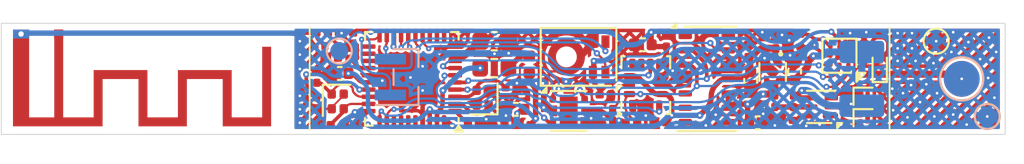
<source format=kicad_pcb>
(kicad_pcb (version 20241229) (generator "pcbnew") (generator_version "9.0")
  (layers (0 "F.Cu" signal) (2 "B.Cu" signal) (13 "F.Paste" user) (15 "B.Paste" user) (5 "F.SilkS" user "F.Silkscreen") (7 "B.SilkS" user "B.Silkscreen") (1 "F.Mask" user) (3 "B.Mask" user) (25 "Edge.Cuts" user))
  (net 0 "")
  (net 1 "VBATT")
  (net 2 "GND")
  (net 3 "VDD")
  (net 4 "tmp_int")
  (net 5 "sda")
  (net 6 "mic_clk")
  (net 7 "rst")
  (net 8 "mic_data")
  (net 9 "imu_int1")
  (net 10 "scl")
  (net 11 "bat_low")
  (net 12 "hbt_int")
  (net 13 "imu_int2")
  (net 14 "battery.bat_qm")
  (net 15 "battery.bat_vm")
  (net 16 "battery.bat_dout")
  (net 17 "batman.batman_vdd_out")
  (net 18 "battery.bat_cout")
  (net 19 "battery.bat_vss")
  (net 20 "batman.bin")
  (net 21 "battery.bat2")
  (net 22 "swdio")
  (net 23 "imu.NC")
  (net 24 "battery.NC")
  (net 25 "imu.NC_2")
  (net 26 "hbt.NC")
  (net 27 "swdclk")
  (net 28 "cpu.dec4_6")
  (net 29 "cpu.ant")
  (net 30 "cpu.dec3")
  (net 31 "cpu.xin")
  (net 32 "cpu.xl2")
  (net 33 "cpu.xl1")
  (net 34 "cpu.xout")
  (net 35 "cpu.dec1")
  (net 36 "cpu.NC")
  (net 37 "cpu.NC_4")
  (net 38 "cpu.NC_2")
  (net 39 "cpu.NC_3")
  (net 40 "NC_4")
  (net 41 "NC")
  (net 42 "NC_3")
  (net 43 "NC_2")
  (net 44 "nfc2")
  (net 45 "nfc1")
  (net 46 "cpu.antenna.n1")
  (net 47 "cpu.antenna.n2")
  (net 48 "cpu.dcc_mid")
  (net 49 "cpu.dcc")
  (footprint "C_0201_0603Metric:C_0201_0603Metric" (layer "F.Cu") (at 137.7 85.65 180)
    (property "Reference" "C7" (hide yes))
    (property "Value" "100nF" (hide yes))
  )
  (footprint "C_0402_1005Metric:C_0402_1005Metric" (layer "F.Cu") (at 146.95 84.8 180)
    (property "Reference" "C6" (hide yes))
    (property "Value" "1uF" (hide yes))
  )
  (footprint "R_0201_0603Metric:R_0201_0603Metric" (layer "F.Cu") (at 153.4 85.6)
    (property "Reference" "R1" (hide yes))
    (property "Value" "4.7k" (hide yes))
  )
  (footprint "C_0201_0603Metric:C_0201_0603Metric" (layer "F.Cu") (at 162.5025 80.6125 180)
    (property "Reference" "C1" (hide yes))
    (property "Value" "1uF" (hide yes))
  )
  (footprint "Maxim_OLGA-14_3.3x5.6mm_P0.8mm:Maxim_OLGA-14_3.3x5.6mm_P0.8mm" (layer "F.Cu") (at 157.6025 83.1125)
    (property "Reference" "U4" (hide yes))
    (property "Value" "MAX30102EFD+T" (hide yes))
  )
  (footprint "Texas_PicoStar_DFN-3_0.69x0.60mm:Texas_PicoStar_DFN-3_0.69x0.60mm" (layer "F.Cu") (at 166.35 85.3)
    (property "Reference" "Q2" (hide yes))
    (property "Value" "CSD13380F3T" (hide yes))
  )
  (footprint "C_0201_0603Metric:C_0201_0603Metric" (layer "F.Cu") (at 137.55 80.55 180)
    (property "Reference" "C8" (hide yes))
    (property "Value" "100nF" (hide yes))
  )
  (footprint "C_0402_1005Metric:C_0402_1005Metric" (layer "F.Cu") (at 162.5025 82.695179 90)
    (property "Reference" "C27" (hide yes))
    (property "Value" "1uF" (hide yes))
  )
  (footprint "D_SOD-923:D_SOD-923" (layer "F.Cu") (at 167.2525 82.42 90)
    (property "Reference" "D1" (hide yes))
    (property "Value" "ESD9B5.0ST5G" (hide yes))
  )
  (footprint "LGA-14_3x2.5mm_P0.5mm_LayoutBorder3x4y:LGA-14_3x2.5mm_P0.5mm_LayoutBorder3x4y" (layer "F.Cu") (at 154.2 83.45 90)
    (property "Reference" "U5" (hide yes))
    (property "Value" "LSM6DSOX" (hide yes))
  )
  (footprint "C_0201_0603Metric:C_0201_0603Metric" (layer "F.Cu") (at 135.85 84.45 -90)
    (property "Reference" "C13" (hide yes))
    (property "Value" "100pF" (hide yes))
  )
  (footprint "C_0201_0603Metric:C_0201_0603Metric" (layer "F.Cu") (at 146.7 83.6)
    (property "Reference" "C11" (hide yes))
    (property "Value" "12pF" (hide yes))
  )
  (footprint "C_0201_0603Metric:C_0201_0603Metric" (layer "F.Cu") (at 136.3 85.65 180)
    (property "Reference" "C9" (hide yes))
    (property "Value" "5pF" (hide yes))
  )
  (footprint "Infineon_PG-LLGA-5-1:Infineon_PG-LLGA-5-1" (layer "F.Cu") (at 150.45 81.875 180)
    (property "Reference" "MK1" (hide yes))
    (property "Value" "IM72D128V01" (hide yes))
  )
  (footprint "Crystal_SMD_1210-4Pin_1.2x1.0mm:Crystal_SMD_1210-4Pin_1.2x1.0mm" (layer "F.Cu") (at 137.015 84.36)
    (property "Reference" "Y1" (hide yes))
    (property "Value" "8J32076001" (hide yes))
  )
  (footprint "C_0201_0603Metric:C_0201_0603Metric" (layer "F.Cu") (at 147.45 85.65 180)
    (property "Reference" "C15" (hide yes))
    (property "Value" "47nF" (hide yes))
  )
  (footprint "C_0201_0603Metric:C_0201_0603Metric" (layer "F.Cu") (at 155 85.55 180)
    (property "Reference" "C22" (hide yes))
    (property "Value" "100nF" (hide yes))
  )
  (footprint "C_0201_0603Metric:C_0201_0603Metric" (layer "F.Cu") (at 160.2025 84.5125)
    (property "Reference" "C19" (hide yes))
    (property "Value" "100nF" (hide yes))
  )
  (footprint "Crystal_SMD_1210-4Pin_1.2x1.0mm:Crystal_SMD_1210-4Pin_1.2x1.0mm" (layer "F.Cu") (at 145.1 84.15 180)
    (property "Reference" "Y2" (hide yes))
    (property "Value" "3110M4-32.768DTTLLLL" (hide yes))
  )
  (footprint "C_0201_0603Metric:C_0201_0603Metric" (layer "F.Cu") (at 159.9025 81.5625 90)
    (property "Reference" "C21" (hide yes))
    (property "Value" "100nF" (hide yes))
  )
  (footprint "L_0603_1608Metric:L_0603_1608Metric" (layer "F.Cu") (at 145.75 82.5)
    (property "Reference" "L1" (hide yes))
    (property "Value" "10uH" (hide yes))
  )
  (footprint "R_0201_0603Metric:R_0201_0603Metric" (layer "F.Cu") (at 161.4 84.35 -90)
    (property "Reference" "R5" (hide yes))
    (property "Value" "330" (hide yes))
  )
  (footprint "WSON-6-1EP_2x2mm_P0.65mm_EP1x1.6mm:WSON-6-1EP_2x2mm_P0.65mm_EP1x1.6mm" (layer "F.Cu") (at 149.9 84.8875)
    (property "Reference" "U7" (hide yes))
    (property "Value" "TMP117AIDRVR" (hide yes))
  )
  (footprint "TestPoint_Pad_D2.0mm:TestPoint_Pad_D2.0mm" (layer "F.Cu") (at 171.825 83.1)
    (property "Reference" "TP2" (hide yes))
    (property "Value" " " (hide yes))
  )
  (footprint "L_0402_1005Metric:L_0402_1005Metric" (layer "F.Cu") (at 147.7 82.3 -90)
    (property "Reference" "L2" (hide yes))
    (property "Value" "15nH" (hide yes))
  )
  (footprint "Texas_PicoStar_DFN-3_0.69x0.60mm:Texas_PicoStar_DFN-3_0.69x0.60mm" (layer "F.Cu") (at 166.35 84.1)
    (property "Reference" "Q1" (hide yes))
    (property "Value" "CSD13380F3T" (hide yes))
  )
  (footprint "WSON-6_1.5x1.5mm_P0.5mm:WSON-6_1.5x1.5mm_P0.5mm" (layer "F.Cu") (at 163.9775 84.665 180)
    (property "Reference" "U2" (hide yes))
    (property "Value" "BQ29700" (hide yes))
  )
  (footprint "L_0201_0603Metric:L_0201_0603Metric" (layer "F.Cu") (at 136.15 80.55 180)
    (property "Reference" "L4" (hide yes))
    (property "Value" "2.2nH" (hide yes))
  )
  (footprint "C_0603_1608Metric:C_0603_1608Metric" (layer "F.Cu") (at 145.75 81)
    (property "Reference" "C5" (hide yes))
    (property "Value" "4.7uF" (hide yes))
  )
  (footprint "C_0201_0603Metric:C_0201_0603Metric" (layer "F.Cu") (at 162.435 84.3575 90)
    (property "Reference" "C3" (hide yes))
    (property "Value" "100nF" (hide yes))
  )
  (footprint "C_0201_0603Metric:C_0201_0603Metric" (layer "F.Cu") (at 144.6 85.65)
    (property "Reference" "C12" (hide yes))
    (property "Value" "100nF" (hide yes))
  )
  (footprint "C_0201_0603Metric:C_0201_0603Metric" (layer "F.Cu") (at 151.95 84)
    (property "Reference" "C25" (hide yes))
    (property "Value" "100nF" (hide yes))
  )
  (footprint "C_0402_1005Metric:C_0402_1005Metric" (layer "F.Cu") (at 160.45 85.55)
    (property "Reference" "C18" (hide yes))
    (property "Value" "10uF" (hide yes))
  )
  (footprint "C_0402_1005Metric:C_0402_1005Metric" (layer "F.Cu") (at 160.0525 83.2125 -90)
    (property "Reference" "C20" (hide yes))
    (property "Value" "4.7uF" (hide yes))
  )
  (footprint "C_0201_0603Metric:C_0201_0603Metric" (layer "F.Cu") (at 137.35 81.25)
    (property "Reference" "C16" (hide yes))
    (property "Value" "1pF" (hide yes))
  )
  (footprint "C_0201_0603Metric:C_0201_0603Metric" (layer "F.Cu") (at 151.6 85.25 -90)
    (property "Reference" "C26" (hide yes))
    (property "Value" "100nF" (hide yes))
  )
  (footprint "C_0402_1005Metric:C_0402_1005Metric" (layer "F.Cu") (at 154.05 81.2 180)
    (property "Reference" "C24" (hide yes))
    (property "Value" "1uF" (hide yes))
  )
  (footprint "R_0201_0603Metric:R_0201_0603Metric" (layer "F.Cu") (at 152.35 85.1 90)
    (property "Reference" "R2" (hide yes))
    (property "Value" "4.7k" (hide yes))
  )
  (footprint "BGA-9_1.6x1.6mm_Layout3x3_P0.5mm:BGA-9_1.6x1.6mm_Layout3x3_P0.5mm" (layer "F.Cu") (at 165.0025 81.8125 180)
    (property "Reference" "U1" (hide yes))
    (property "Value" "BQ27427YZFR" (hide yes))
  )
  (footprint "Texas_X2SON-4_1x1mm_P0.65mm:Texas_X2SON-4_1x1mm_P0.65mm" (layer "F.Cu") (at 161.2775 82.715179 -90)
    (property "Reference" "U8" (hide yes))
    (property "Value" "TPS7A2018PDQN" (hide yes))
  )
  (footprint "TestPoint_Pad_D1.0mm:TestPoint_Pad_D1.0mm" (layer "F.Cu") (at 170.4 81)
    (property "Reference" "TP4" (hide yes))
    (property "Value" " " (hide yes))
  )
  (footprint "C_0201_0603Metric:C_0201_0603Metric" (layer "F.Cu") (at 162.5025 81.3125 180)
    (property "Reference" "C2" (hide yes))
    (property "Value" "2.2uF" (hide yes))
  )
  (footprint "C_0201_0603Metric:C_0201_0603Metric" (layer "F.Cu") (at 135.85 83 90)
    (property "Reference" "C4" (hide yes))
    (property "Value" "5pF" (hide yes))
  )
  (footprint "C_0201_0603Metric:C_0201_0603Metric" (layer "F.Cu") (at 155.35 80.98 90)
    (property "Reference" "C23" (hide yes))
    (property "Value" "100nF" (hide yes))
  )
  (footprint "TestPoint_Pad_D1.0mm:TestPoint_Pad_D1.0mm" (layer "F.Cu") (at 173.25 85.2)
    (property "Reference" "TP3" (hide yes))
    (property "Value" " " (hide yes))
  )
  (footprint "L_0201_0603Metric:L_0201_0603Metric" (layer "F.Cu") (at 137.35 81.95 180)
    (property "Reference" "L3" (hide yes))
    (property "Value" "4.7nH" (hide yes))
  )
  (footprint "C_0201_0603Metric:C_0201_0603Metric" (layer "F.Cu") (at 146 85.65 180)
    (property "Reference" "C10" (hide yes))
    (property "Value" "12pF" (hide yes))
  )
  (footprint "Modified_QFN-40_5.0mmx5.0mm:Modified_QFN-40_5.0mmx5.0mm" (layer "F.Cu") (at 141.15 83.1 180)
    (property "Reference" "U3" (hide yes))
    (property "Value" "nRF52833-QDAA" (hide yes))
  )
  (footprint "R_0201_0603Metric:R_0201_0603Metric" (layer "F.Cu") (at 162.0775 85.4125 180)
    (property "Reference" "R4" (hide yes))
    (property "Value" "2.2k" (hide yes))
  )
  (footprint "C_0201_0603Metric:C_0201_0603Metric" (layer "F.Cu") (at 136.3 81.6 -90)
    (property "Reference" "C17" (hide yes))
    (property "Value" "1.2pF" (hide yes))
  )
  (footprint "C_0201_0603Metric:C_0201_0603Metric" (layer "F.Cu") (at 160.75 81.07 90)
    (property "Reference" "C29" (hide yes))
    (property "Value" "1uF" (hide yes))
  )
  (footprint "C_0402_1005Metric:C_0402_1005Metric" (layer "F.Cu") (at 137.13 82.8 180)
    (property "Reference" "C14" (hide yes))
    (property "Value" "1uF" (hide yes))
  )
  (footprint "Texas_SWRA117D_2.4GHz_Left:Texas_SWRA117D_2.4GHz_Left" (layer "F.Cu") (at 121.45 80.6 180)
    (property "Reference" "J1" (hide yes))
    (property "Value" "?" (hide yes))
  )
  (footprint "C_0201_0603Metric:C_0201_0603Metric" (layer "F.Cu") (at 161.4525 81.075179 90)
    (property "Reference" "C28" (hide yes))
    (property "Value" "1uF" (hide yes))
  )
  (footprint "R_0201_0603Metric:R_0201_0603Metric" (layer "F.Cu") (at 167.2525 80.9625 90)
    (property "Reference" "R3" (hide yes))
    (property "Value" "10k" (hide yes))
  )
  (footprint "TestPoint_Pad_D2.0mm:TestPoint_Pad_D2.0mm" (layer "B.Cu") (at 171.825 83.1)
    (property "Reference" "TP5" (hide yes))
    (property "Value" " " (hide yes))
  )
  (footprint "TestPoint_Pad_D1.0mm:TestPoint_Pad_D1.0mm" (layer "B.Cu") (at 173.25 85.2)
    (property "Reference" "TP6" (hide yes))
    (property "Value" " " (hide yes))
  )
  (footprint "TestPoint_Pad_D1.0mm:TestPoint_Pad_D1.0mm" (layer "B.Cu") (at 137.1 81.55)
    (property "Reference" "TP1" (hide yes))
    (property "Value" " " (hide yes))
  )
  (footprint "Battery:Battery" (layer "B.Cu") (at 166.2525 83.1 90)
    (property "Reference" "BT1" (hide yes))
    (property "Value" "?" (hide yes))
  )
  (footprint "PinHeader_1x03_P1.00mm_Vertical_SMD_Pin1Left:PinHeader_1x03_P1.00mm_Vertical_SMD_Pin1Left" (layer "B.Cu") (at 140.825 83)
    (property "Reference" "U6" (hide yes))
    (property "Value" "?" (hide yes))
  )
  (gr_line (start 135.45 80.25) (end 135.45 85.95) (stroke (width 0.1)) (layer "F.SilkS"))
  (gr_line (start 167.8 85.95) (end 167.8 80.25) (stroke (width 0.1)) (layer "F.SilkS"))
  (gr_rect (start 118.25 80) (end 174.25 86.2) (stroke (width 0.05)) (fill no) (layer "Edge.Cuts"))
  (segment (start 162.451286 83.145179) (end 161.6025 83.145179) (width 0.25) (layer "F.Cu") (net 1))
  (segment (start 163.142856 82.534822) (end 162.5175 83.160179) (width 0.4) (layer "F.Cu") (net 1))
  (segment (start 163.803293 80.9) (end 164.1 80.9) (width 0.2) (layer "F.Cu") (net 1))
  (segment (start 159.92625 85.50625) (end 159.97 85.55) (width 0.3) (layer "F.Cu") (net 1))
  (segment (start 161.4 83.973431) (end 161.4 83.412783) (width 0.4) (layer "F.Cu") (net 1))
  (segment (start 171.381152 82.84) (end 166.25 82.84) (width 0.4) (layer "F.Cu") (net 1))
  (segment (start 164.1 80.91) (end 164.5025 81.3125) (width 0.2) (layer "F.Cu") (net 1))
  (segment (start 158.802447 84.712626) (end 158.8025 83.9125) (width 0.3) (layer "F.Cu") (net 1))
  (segment (start 161.128666 83.321328) (end 161.426333 83.321327) (width 0.3) (layer "F.Cu") (net 1))
  (segment (start 159.143983 84.512493) (end 159.8825 84.5125) (width 0.3) (layer "F.Cu") (net 1))
  (segment (start 160.75 83.95) (end 161.263431 83.95) (width 0.4) (layer "F.Cu") (net 1))
  (segment (start 159.8825 85.400628) (end 159.8825 84.5125) (width 0.3) (layer "F.Cu") (net 1))
  (segment (start 158.902472 84.612559) (end 158.802447 84.712626) (width 0.3) (layer "F.Cu") (net 1))
  (segment (start 171.695 82.97) (end 171.825 83.1) (width 0.4) (layer "F.Cu") (net 1))
  (segment (start 163.109206 80.6125) (end 162.8225 80.6125) (width 0.2) (layer "F.Cu") (net 1))
  (segment (start 163.357143 82.017487) (end 163.55 81.824631) (width 0.4) (layer "F.Cu") (net 1))
  (via (at 159.8825 84.5125) (size 0.4) (drill 0.15) (layers "F.Cu" "B.Cu") (net 1))
  (via (at 163.55 81.824631) (size 0.4) (drill 0.15) (layers "F.Cu" "B.Cu") (net 1))
  (via (at 164.1 80.9) (size 0.35) (drill 0.15) (layers "F.Cu" "B.Cu") (net 1))
  (via (at 171.825 83.1) (size 0.35) (drill 0.15) (layers "F.Cu" "B.Cu") (net 1))
  (via (at 160.75 83.95) (size 0.35) (drill 0.15) (layers "F.Cu" "B.Cu") (net 1))
  (via (at 166.25 82.84) (size 0.4) (drill 0.15) (layers "F.Cu" "B.Cu") (net 1))
  (arc (start 161.36 83.99) (mid 161.315693 83.960395) (end 161.263431 83.95) (width 0.4) (layer "F.Cu") (net 1))
  (arc (start 163.45625 80.75625) (mid 163.297025 80.649859) (end 163.109206 80.6125) (width 0.2) (layer "F.Cu") (net 1))
  (arc (start 159.8825 85.400628) (mid 159.89387 85.45779) (end 159.92625 85.50625) (width 0.3) (layer "F.Cu") (net 1))
  (arc (start 162.4875 83.160179) (mid 162.470885 83.149077) (end 162.451286 83.145179) (width 0.25) (layer "F.Cu") (net 1))
  (arc (start 161.36 83.99) (mid 161.385535 83.995079) (end 161.4 83.973431) (width 0.4) (layer "F.Cu") (net 1))
  (arc (start 163.45625 80.75625) (mid 163.615474 80.86264) (end 163.803293 80.9) (width 0.2) (layer "F.Cu") (net 1))
  (arc (start 159.143983 84.512493) (mid 159.013272 84.538499) (end 158.902472 84.612559) (width 0.3) (layer "F.Cu") (net 1))
  (arc (start 162.4875 83.160179) (mid 162.5025 83.166392) (end 162.5175 83.160179) (width 0.25) (layer "F.Cu") (net 1))
  (arc (start 163.357143 82.017487) (mid 163.277845 82.136164) (end 163.25 82.276155) (width 0.4) (layer "F.Cu") (net 1))
  (arc (start 171.695 82.97) (mid 171.551005 82.873785) (end 171.381152 82.84) (width 0.4) (layer "F.Cu") (net 1))
  (arc (start 163.25 82.276155) (mid 163.222154 82.416144) (end 163.142856 82.534822) (width 0.4) (layer "F.Cu") (net 1))
  (segment (start 165.63375 81.6) (end 164.348019 81.6) (width 0.4) (layer "B.Cu") (net 1))
  (segment (start 159.96 84.5125) (end 159.8825 84.5125) (width 0.4) (layer "B.Cu") (net 1))
  (segment (start 166.2525 82.835732) (end 166.2525 82.21875) (width 0.4) (layer "B.Cu") (net 1))
  (segment (start 160.675 83.95) (end 160.75 83.95) (width 0.4) (layer "B.Cu") (net 1))
  (segment (start 160.546966 84.003032) (end 160.0923 84.457699) (width 0.4) (layer "B.Cu") (net 1))
  (segment (start 164.1 81.573505) (end 164.1 80.9) (width 0.2) (layer "B.Cu") (net 1))
  (segment (start 166.25125 82.83875) (end 166.25 82.84) (width 0.4) (layer "B.Cu") (net 1))
  (segment (start 164.137459 81.738859) (end 164.113303 81.763015) (width 0.4) (layer "B.Cu") (net 1))
  (segment (start 163.55 81.824631) (end 163.96455 81.824631) (width 0.4) (layer "B.Cu") (net 1))
  (segment (start 164.212378 81.66394) (end 164.137459 81.738859) (width 0.4) (layer "B.Cu") (net 1))
  (segment (start 164.225618 81.650699) (end 164.212378 81.66394) (width 0.4) (layer "B.Cu") (net 1))
  (arc (start 164.137459 81.738859) (mid 164.152975 81.701399) (end 164.137459 81.66394) (width 0.4) (layer "B.Cu") (net 1))
  (arc (start 160.675 83.95) (mid 160.605708 83.963782) (end 160.546966 84.003032) (width 0.4) (layer "B.Cu") (net 1))
  (arc (start 164.1 81.573505) (mid 164.109735 81.622448) (end 164.137459 81.66394) (width 0.2) (layer "B.Cu") (net 1))
  (arc (start 166.2525 82.835732) (mid 166.252175 82.837365) (end 166.25125 82.83875) (width 0.4) (layer "B.Cu") (net 1))
  (arc (start 160.0923 84.457699) (mid 160.0316 84.498257) (end 159.96 84.5125) (width 0.4) (layer "B.Cu") (net 1))
  (arc (start 164.137459 81.66394) (mid 164.174918 81.679456) (end 164.212378 81.66394) (width 0.2) (layer "B.Cu") (net 1))
  (arc (start 164.113303 81.763015) (mid 164.045054 81.808617) (end 163.96455 81.824631) (width 0.4) (layer "B.Cu") (net 1))
  (arc (start 166.2525 82.21875) (mid 166.071272 81.781227) (end 165.63375 81.6) (width 0.4) (layer "B.Cu") (net 1))
  (arc (start 164.348019 81.6) (mid 164.281776 81.613176) (end 164.225618 81.650699) (width 0.4) (layer "B.Cu") (net 1))
  (segment (start 151.25 81.191563) (end 151.25 81.025) (width 0.3) (layer "F.Cu") (net 2))
  (segment (start 141.75 83.825) (end 141.75 85.11875) (width 0.25) (layer "F.Cu") (net 2))
  (segment (start 149.811719 82.685) (end 150.065 82.685) (width 0.125) (layer "F.Cu") (net 2))
  (segment (start 141.75 85.11875) (end 141.75 85.38125) (width 0.25) (layer "F.Cu") (net 2))
  (segment (start 160.922181 82.169105) (end 160.870683 82.117607) (width 0.4) (layer "F.Cu") (net 2))
  (segment (start 141.749292 82.399292) (end 141.749292 82.375) (width 0.125) (layer "F.Cu") (net 2))
  (segment (start 139.4375 82.8125) (end 139.4875 82.7625) (width 0.25) (layer "F.Cu") (net 2))
  (segment (start 146.4 85.15) (end 146.446935 85.15) (width 0.125) (layer "F.Cu") (net 2))
  (segment (start 141.175 83.125) (end 141.225 83.175) (width 0.25) (layer "F.Cu") (net 2))
  (segment (start 149.811719 82.685) (end 149.72828 82.685) (width 0.3) (layer "F.Cu") (net 2))
  (segment (start 149.811719 82.685) (end 150.015 82.685) (width 0.3) (layer "F.Cu") (net 2))
  (segment (start 140.55 82.65) (end 140.25 82.65) (width 0.25) (layer "F.Cu") (net 2))
  (segment (start 160.9525 82.242301) (end 160.9525 82.285179) (width 0.4) (layer "F.Cu") (net 2))
  (segment (start 136.708284 84.661715) (end 137.325251 84.044748) (width 0.1016) (layer "F.Cu") (net 2))
  (segment (start 139.226256 82.9) (end 138.7375 82.9) (width 0.25) (layer "F.Cu") (net 2))
  (segment (start 141.766469 82.33353) (end 142.530415 81.569584) (width 0.125) (layer "F.Cu") (net 2))
  (segment (start 149.955037 82.626) (end 149.870719 82.626) (width 0.3) (layer "F.Cu") (net 2))
  (segment (start 145.435 83.7825) (end 145.435 83.74) (width 0.125) (layer "F.Cu") (net 2))
  (segment (start 141.15 83.049292) (end 141.15 83.064644) (width 0.125) (layer "F.Cu") (net 2))
  (segment (start 160.826538 82.011031) (end 160.826538 81.9486) (width 0.4) (layer "F.Cu") (net 2))
  (segment (start 136.64 84.77) (end 135.85 84.77) (width 0.125) (layer "F.Cu") (net 2))
  (segment (start 141.75 83.775) (end 141.75 83.75) (width 0.25) (layer "F.Cu") (net 2))
  (segment (start 141.75 83.75) (end 141.75 83.725) (width 0.25) (layer "F.Cu") (net 2))
  (segment (start 141.175 83.125) (end 141.125 83.075) (width 0.25) (layer "F.Cu") (net 2))
  (segment (start 141.75 83.775) (end 141.75 83.825) (width 0.25) (layer "F.Cu") (net 2))
  (segment (start 141.749292 82.399292) (end 141.185855 82.962728) (width 0.125) (layer "F.Cu") (net 2))
  (segment (start 137.35 83.985) (end 137.35 83.95) (width 0.1016) (layer "F.Cu") (net 2))
  (segment (start 144.765 84.5275) (end 144.765 84.56) (width 0.125) (layer "F.Cu") (net 2))
  (segment (start 151.024099 81.278044) (end 150.889142 81.413001) (width 0.3) (layer "F.Cu") (net 2))
  (segment (start 141.75 85.38125) (end 141.75 85.5125) (width 0.25) (layer "F.Cu") (net 2))
  (segment (start 150.610121 81.844878) (end 150.781057 81.673942) (width 0.3) (layer "F.Cu") (net 2))
  (segment (start 151.15457 81.224002) (end 151.217561 81.224002) (width 0.3) (layer "F.Cu") (net 2))
  (segment (start 141.225 83.175) (end 141.732322 83.682322) (width 0.25) (layer "F.Cu") (net 2))
  (segment (start 139.5625 82.6875) (end 139.4875 82.7625) (width 0.25) (layer "F.Cu") (net 2))
  (segment (start 144.78798 84.472019) (end 145.404947 83.855052) (width 0.125) (layer "F.Cu") (net 2))
  (segment (start 136.765 84.76) (end 136.765 84.635) (width 0.2) (layer "F.Cu") (net 2))
  (segment (start 149.72828 82.685) (end 148.835 82.685) (width 0.125) (layer "F.Cu") (net 2))
  (segment (start 140.25 82.65) (end 139.653033 82.65) (width 0.25) (layer "F.Cu") (net 2))
  (segment (start 141.075 83.025) (end 140.806066 82.756066) (width 0.25) (layer "F.Cu") (net 2))
  (segment (start 141.075 83.025) (end 141.125 83.075) (width 0.25) (layer "F.Cu") (net 2))
  (segment (start 143.18125 81.3) (end 143.5625 81.3) (width 0.125) (layer "F.Cu") (net 2))
  (segment (start 137.435 83.965) (end 137.435 83.94) (width 0.2) (layer "F.Cu") (net 2))
  (segment (start 150.05 81.2) (end 148.75 81.2) (width 0.125) (layer "F.Cu") (net 2))
  (segment (start 146.946935 85.65) (end 147.13 85.65) (width 0.125) (layer "F.Cu") (net 2))
  (segment (start 155.112482 82.928942) (end 155.1125 83.45) (width 0.3) (layer "F.Cu") (net 2))
  (segment (start 150.431878 82.275195) (end 150.170195 82.536878) (width 0.3) (layer "F.Cu") (net 2))
  (via (at 169 83.45) (size 0.35) (drill 0.15) (layers "F.Cu" "B.Cu") (net 2))
  (via (at 172.85 82) (size 0.35) (drill 0.15) (layers "F.Cu" "B.Cu") (net 2))
  (via (at 172.1 85.65) (size 0.35) (drill 0.15) (layers "F.Cu" "B.Cu") (net 2))
  (via (at 169.05 81.4) (size 0.35) (drill 0.15) (layers "F.Cu" "B.Cu") (net 2))
  (via (at 134.9 85.55) (size 0.35) (drill 0.15) (layers "F.Cu" "B.Cu") (net 2))
  (via (at 173.75 81.6) (size 0.35) (drill 0.15) (layers "F.Cu" "B.Cu") (net 2))
  (via (at 168.8 85.25) (size 0.35) (drill 0.15) (layers "F.Cu" "B.Cu") (net 2))
  (via (at 165.6 80.55) (size 0.4) (drill 0.15) (layers "F.Cu" "B.Cu") (net 2))
  (via (at 170.25 82.225) (size 0.35) (drill 0.15) (layers "F.Cu" "B.Cu") (net 2))
  (via (at 162.25 81.7889) (size 0.4) (drill 0.15) (layers "F.Cu" "B.Cu") (net 2))
  (via (at 165.1 85.65) (size 0.35) (drill 0.15) (layers "F.Cu" "B.Cu") (net 2))
  (via (at 170.3 85.2) (size 0.35) (drill 0.15) (layers "F.Cu" "B.Cu") (net 2))
  (via (at 155.7 82.65) (size 0.35) (drill 0.15) (layers "F.Cu" "B.Cu") (net 2))
  (via (at 134.9 82.55) (size 0.35) (drill 0.15) (layers "F.Cu" "B.Cu") (net 2))
  (via (at 158.1 85.1) (size 0.35) (drill 0.15) (layers "F.Cu" "B.Cu") (net 2))
  (via (at 145.76 81.7) (size 0.35) (drill 0.15) (layers "F.Cu" "B.Cu") (net 2))
  (via (at 157.55 85.7) (size 0.4) (drill 0.15) (layers "F.Cu" "B.Cu") (net 2))
  (via (at 171.25 81.6) (size 0.35) (drill 0.15) (layers "F.Cu" "B.Cu") (net 2))
  (via (at 161.8 80.65) (size 0.35) (drill 0.15) (layers "F.Cu" "B.Cu") (net 2))
  (via (at 148.46 83.35) (size 0.35) (drill 0.15) (layers "F.Cu" "B.Cu") (net 2))
  (via (at 168.55 83.9) (size 0.35) (drill 0.15) (layers "F.Cu" "B.Cu") (net 2))
  (via (at 169.85 83.4) (size 0.35) (drill 0.15) (layers "F.Cu" "B.Cu") (net 2))
  (via (at 134.9 84.05) (size 0.35) (drill 0.15) (layers "F.Cu" "B.Cu") (net 2))
  (via (at 173.65 84.15) (size 0.35) (drill 0.15) (layers "F.Cu" "B.Cu") (net 2))
  (via (at 154.2 85.15) (size 0.35) (drill 0.15) (layers "F.Cu" "B.Cu") (net 2))
  (via (at 137.97 84.96) (size 0.35) (drill 0.15) (layers "F.Cu" "B.Cu") (net 2))
  (via (at 146.4 85.15) (size 0.35) (drill 0.15) (layers "F.Cu" "B.Cu") (net 2))
  (via (at 160.7 80.5) (size 0.35) (drill 0.15) (layers "F.Cu" "B.Cu") (net 2))
  (via (at 168 84.85) (size 0.35) (drill 0.15) (layers "F.Cu" "B.Cu") (net 2))
  (via (at 169.05 80.55) (size 0.35) (drill 0.15) (layers "F.Cu" "B.Cu") (net 2))
  (via (at 141.75 83.75) (size 0.35) (drill 0.15) (layers "F.Cu" "B.Cu") (net 2))
  (via (at 134.9 81) (size 0.35) (drill 0.15) (layers "F.Cu" "B.Cu") (net 2))
  (via (at 173.3 83.05) (size 0.35) (drill 0.15) (layers "F.Cu" "B.Cu") (net 2))
  (via (at 141.749292 82.399292) (size 0.35) (drill 0.15) (layers "F.Cu" "B.Cu") (net 2))
  (via (at 134.9 84.8) (size 0.35) (drill 0.15) (layers "F.Cu" "B.Cu") (net 2))
  (via (at 141.075 83.025) (size 0.35) (drill 0.15) (layers "F.Cu" "B.Cu") (net 2))
  (via (at 168.25 80.55) (size 0.35) (drill 0.15) (layers "F.Cu" "B.Cu") (net 2))
  (via (at 137.23 80.55) (size 0.35) (drill 0.15) (layers "F.Cu" "B.Cu") (net 2))
  (via (at 173.25 85.2) (size 0.35) (drill 0.15) (layers "F.Cu" "B.Cu") (net 2))
  (via (at 171.35 80.5) (size 0.35) (drill 0.15) (layers "F.Cu" "B.Cu") (net 2))
  (via (at 160.826538 81.9486) (size 0.4) (drill 0.15) (layers "F.Cu" "B.Cu") (net 2))
  (via (at 152.78 82.43) (size 0.35) (drill 0.15) (layers "F.Cu" "B.Cu") (net 2))
  (via (at 151.15 85.3) (size 0.35) (drill 0.15) (layers "F.Cu" "B.Cu") (net 2))
  (via (at 166.5 80.5) (size 0.35) (drill 0.15) (layers "F.Cu" "B.Cu") (net 2))
  (via (at 139.5 83.2) (size 0.35) (drill 0.15) (layers "F.Cu" "B.Cu") (net 2))
  (via (at 160.75 85.05) (size 0.4) (drill 0.15) (layers "F.Cu" "B.Cu") (net 2))
  (via (at 168.25 82.1) (size 0.35) (drill 0.15) (layers "F.Cu" "B.Cu") (net 2))
  (via (at 168.25 81.4) (size 0.35) (drill 0.15) (layers "F.Cu" "B.Cu") (net 2))
  (via (at 134.9 81.75) (size 0.35) (drill 0.15) (layers "F.Cu" "B.Cu") (net 2))
  (via (at 172.2 81.05) (size 0.35) (drill 0.15) (layers "F.Cu" "B.Cu") (net 2))
  (via (at 161.4 85.7) (size 0.35) (drill 0.15) (layers "F.Cu" "B.Cu") (net 2))
  (via (at 163.9 85.65) (size 0.35) (drill 0.15) (layers "F.Cu" "B.Cu") (net 2))
  (via (at 173.35 80.8) (size 0.35) (drill 0.15) (layers "F.Cu" "B.Cu") (net 2))
  (via (at 149.75 83.25) (size 0.35) (drill 0.15) (layers "F.Cu" "B.Cu") (net 2))
  (via (at 171.35 85.092683) (size 0.35) (drill 0.15) (layers "F.Cu" "B.Cu") (net 2))
  (via (at 147.01 83.34) (size 0.35) (drill 0.15) (layers "F.Cu" "B.Cu") (net 2))
  (via (at 162.2 80.95) (size 0.35) (drill 0.15) (layers "F.Cu" "B.Cu") (net 2))
  (via (at 167.95 83.65) (size 0.35) (drill 0.15) (layers "F.Cu" "B.Cu") (net 2))
  (via (at 163.15 85.725) (size 0.35) (drill 0.15) (layers "F.Cu" "B.Cu") (net 2))
  (via (at 170.4 81) (size 0.35) (drill 0.15) (layers "F.Cu" "B.Cu") (net 2))
  (via (at 169.5 84.4) (size 0.35) (drill 0.15) (layers "F.Cu" "B.Cu") (net 2))
  (via (at 145.3 85.35) (size 0.35) (drill 0.15) (layers "F.Cu" "B.Cu") (net 2))
  (via (at 169.25 82.1) (size 0.35) (drill 0.15) (layers "F.Cu" "B.Cu") (net 2))
  (via (at 170.45 83.9) (size 0.35) (drill 0.15) (layers "F.Cu" "B.Cu") (net 2))
  (via (at 146.55 81.67) (size 0.35) (drill 0.15) (layers "F.Cu" "B.Cu") (net 2))
  (via (at 148.5 84.7) (size 0.35) (drill 0.15) (layers "F.Cu" "B.Cu") (net 2))
  (arc (start 141.125 83.075) (mid 141.140959 83.078174) (end 141.15 83.064644) (width 0.25) (layer "F.Cu") (net 2))
  (arc (start 160.922181 82.169105) (mid 160.94462 82.202687) (end 160.9525 82.242301) (width 0.4) (layer "F.Cu") (net 2))
  (arc (start 139.653033 82.65) (mid 139.604036 82.659745) (end 139.5625 82.6875) (width 0.25) (layer "F.Cu") (net 2))
  (arc (start 145.435 83.7825) (mid 145.427189 83.821764) (end 145.404947 83.855052) (width 0.125) (layer "F.Cu") (net 2))
  (arc (start 151.25 81.191563) (mid 151.24753 81.203977) (end 151.240499 81.214501) (width 0.3) (layer "F.Cu") (net 2))
  (arc (start 139.4375 82.8125) (mid 139.34058 82.877259) (end 139.226256 82.9) (width 0.25) (layer "F.Cu") (net 2))
  (arc (start 151.240499 81.214501) (mid 151.229975 81.221532) (end 151.217561 81.224002) (width 0.3) (layer "F.Cu") (net 2))
  (arc (start 149.811719 82.685) (mid 149.811719 82.685) (end 149.811719 82.685) (width 0.125) (layer "F.Cu") (net 2))
  (arc (start 140.806066 82.756066) (mid 140.688581 82.677565) (end 140.55 82.65) (width 0.25) (layer "F.Cu") (net 2))
  (arc (start 143.18125 81.3) (mid 142.82902 81.370062) (end 142.530415 81.569584) (width 0.125) (layer "F.Cu") (net 2))
  (arc (start 141.732322 83.682322) (mid 141.745405 83.701902) (end 141.75 83.725) (width 0.25) (layer "F.Cu") (net 2))
  (arc (start 149.7995 82.6555) (mid 149.795753 82.674332) (end 149.811719 82.685) (width 0.3) (layer "F.Cu") (net 2))
  (arc (start 137.35 83.985) (mid 137.343567 84.017335) (end 137.325251 84.044748) (width 0.1016) (layer "F.Cu") (net 2))
  (arc (start 160.826538 82.011031) (mid 160.83801 82.068709) (end 160.870683 82.117607) (width 0.4) (layer "F.Cu") (net 2))
  (arc (start 149.72828 82.685) (mid 149.766824 82.677333) (end 149.7995 82.6555) (width 0.125) (layer "F.Cu") (net 2))
  (arc (start 141.766469 82.33353) (mid 141.753756 82.352556) (end 141.749292 82.375) (width 0.125) (layer "F.Cu") (net 2))
  (arc (start 141.185855 82.962728) (mid 141.159318 83.002443) (end 141.15 83.049292) (width 0.125) (layer "F.Cu") (net 2))
  (arc (start 151.15457 81.224002) (mid 151.083959 81.238047) (end 151.024099 81.278044) (width 0.3) (layer "F.Cu") (net 2))
  (arc (start 149.870719 82.626) (mid 149.832175 82.633666) (end 149.7995 82.6555) (width 0.3) (layer "F.Cu") (net 2))
  (arc (start 150.889142 81.413001) (mid 150.849145 81.472861) (end 150.8351 81.543472) (width 0.3) (layer "F.Cu") (net 2))
  (arc (start 150.521 82.060037) (mid 150.497837 82.176479) (end 150.431878 82.275195) (width 0.3) (layer "F.Cu") (net 2))
  (arc (start 144.78798 84.472019) (mid 144.770972 84.497473) (end 144.765 84.5275) (width 0.125) (layer "F.Cu") (net 2))
  (arc (start 136.68 84.73) (mid 136.668284 84.758284) (end 136.64 84.77) (width 0.1016) (layer "F.Cu") (net 2))
  (arc (start 136.708284 84.661715) (mid 136.68735 84.693044) (end 136.68 84.73) (width 0.1016) (layer "F.Cu") (net 2))
  (arc (start 150.610121 81.844878) (mid 150.544161 81.943593) (end 150.521 82.060037) (width 0.3) (layer "F.Cu") (net 2))
  (arc (start 141.15 83.064644) (mid 141.156497 83.097308) (end 141.175 83.125) (width 0.125) (layer "F.Cu") (net 2))
  (arc (start 150.8351 81.543472) (mid 150.821054 81.614082) (end 150.781057 81.673942) (width 0.3) (layer "F.Cu") (net 2))
  (arc (start 150.170195 82.536878) (mid 150.071479 82.602837) (end 149.955037 82.626) (width 0.3) (layer "F.Cu") (net 2))
  (segment (start 137.315499 85.734499) (end 137.34818 85.701819) (width 0.2) (layer "B.Cu") (net 2))
  (segment (start 119.435355 80.55) (end 134.473223 80.55) (width 0.3) (layer "B.Cu") (net 2))
  (segment (start 134.829289 80.729289) (end 134.775 80.675) (width 0.3) (layer "B.Cu") (net 2))
  (segment (start 137.97 84.975) (end 137.97 84.96) (width 0.2) (layer "B.Cu") (net 2))
  (segment (start 134.9 80.9) (end 134.9 81) (width 0.3) (layer "B.Cu") (net 2))
  (segment (start 137.959393 85.000606) (end 137.411819 85.54818) (width 0.2) (layer "B.Cu") (net 2))
  (segment (start 137.159783 85.799) (end 136.354358 85.799) (width 0.2) (layer "B.Cu") (net 2))
  (segment (start 136.1745 85.7245) (end 136.1 85.65) (width 0.2) (layer "B.Cu") (net 2))
  (segment (start 119.367677 80.582322) (end 119.375 80.575) (width 0.3) (layer "B.Cu") (net 2))
  (segment (start 119.375 80.6) (end 119.4 80.6) (width 0.3) (layer "B.Cu") (net 2))
  (arc (start 136.1745 85.7245) (mid 136.257019 85.779638) (end 136.354358 85.799) (width 0.2) (layer "B.Cu") (net 2))
  (arc (start 134.829289 80.729289) (mid 134.881622 80.807611) (end 134.9 80.9) (width 0.3) (layer "B.Cu") (net 2))
  (arc (start 137.411819 85.54818) (mid 137.388269 85.583425) (end 137.38 85.625) (width 0.2) (layer "B.Cu") (net 2))
  (arc (start 119.367677 80.582322) (mid 119.365432 80.593607) (end 119.375 80.6) (width 0.3) (layer "B.Cu") (net 2))
  (arc (start 137.97 84.975) (mid 137.967243 84.988858) (end 137.959393 85.000606) (width 0.2) (layer "B.Cu") (net 2))
  (arc (start 134.775 80.675) (mid 134.636543 80.582486) (end 134.473223 80.55) (width 0.3) (layer "B.Cu") (net 2))
  (arc (start 119.435355 80.55) (mid 119.402691 80.556497) (end 119.375 80.575) (width 0.3) (layer "B.Cu") (net 2))
  (arc (start 137.38 85.625) (mid 137.37173 85.666574) (end 137.34818 85.701819) (width 0.2) (layer "B.Cu") (net 2))
  (arc (start 137.315499 85.734499) (mid 137.244056 85.782236) (end 137.159783 85.799) (width 0.2) (layer "B.Cu") (net 2))
  (segment (start 138.686741 84.913258) (end 138.044748 85.555251) (width 0.25) (layer "F.Cu") (net 3))
  (segment (start 158.294918 83.245081) (end 158.136377 83.403623) (width 0.3) (layer "F.Cu") (net 3))
  (segment (start 154.515 81.185) (end 154.515 81.185) (width 0.2) (layer "F.Cu") (net 3))
  (segment (start 152.7 85.42) (end 152.369054 85.42) (width 0.25) (layer "F.Cu") (net 3))
  (segment (start 155.103128 83.95) (end 155.096875 83.95) (width 0.3) (layer "F.Cu") (net 3))
  (segment (start 151.63 83.84) (end 151.63 83.91) (width 0.25) (layer "F.Cu") (net 3))
  (segment (start 165.0025 81.12) (end 165.0025 81.3125) (width 0.2) (layer "F.Cu") (net 3))
  (segment (start 155.115473 83.95) (end 155.109371 83.95) (width 0.3) (layer "F.Cu") (net 3))
  (segment (start 140.127953 81.299961) (end 140.128116 81.299798) (width 0.25) (layer "F.Cu") (net 3))
  (segment (start 151.900342 85.00845) (end 152.298418 85.406526) (width 0.25) (layer "F.Cu") (net 3))
  (segment (start 153.493748 82.950003) (end 153.081251 82.95) (width 0.3) (layer "F.Cu") (net 3))
  (segment (start 160.052499 82.138466) (end 160.052499 82.463799) (width 0.3) (layer "F.Cu") (net 3))
  (segment (start 160.597357 81.422642) (end 160.220404 81.799595) (width 0.3) (layer "F.Cu") (net 3))
  (segment (start 140.15 81.13464) (end 140.15 80.6875) (width 0.25) (layer "F.Cu") (net 3))
  (segment (start 147.343402 84.8) (end 147.43 84.8) (width 0.25) (layer "F.Cu") (net 3))
  (segment (start 161.543774 82.161351) (end 161.635052 82.252627) (width 0.4) (layer "F.Cu") (net 3))
  (segment (start 143.7 81.9) (end 143.4 81.9) (width 0.4) (layer "F.Cu") (net 3))
  (segment (start 151.615 84.915) (end 151.63 84.9) (width 0.25) (layer "F.Cu") (net 3))
  (segment (start 151.621213 84.93) (end 151.710946 84.93) (width 0.25) (layer "F.Cu") (net 3))
  (segment (start 151.921611 83.528388) (end 151.693639 83.75636) (width 0.25) (layer "F.Cu") (net 3))
  (segment (start 152.7 85.42) (end 152.8 85.42) (width 0.25) (layer "F.Cu") (net 3))
  (segment (start 147.028402 85.028402) (end 147.195571 84.861233) (width 0.25) (layer "F.Cu") (net 3))
  (segment (start 155.476267 84.045017) (end 155.515625 84.084375) (width 0.3) (layer "F.Cu") (net 3))
  (segment (start 154.5725 81.2425) (end 154.5075 81.1775) (width 0.3) (layer "F.Cu") (net 3))
  (segment (start 154.711317 81.3) (end 155.349999 81.3) (width 0.3) (layer "F.Cu") (net 3))
  (segment (start 154.5 81.159393) (end 154.5 80.5) (width 0.3) (layer "F.Cu") (net 3))
  (segment (start 151.3 82.639644) (end 151.3 82.1) (width 0.3) (layer "F.Cu") (net 3))
  (segment (start 160.701124 81.395179) (end 160.703876 81.395179) (width 0.2) (layer "F.Cu") (net 3))
  (segment (start 155.65 85.136759) (end 155.529416 85.257342) (width 0.3) (layer "F.Cu") (net 3))
  (segment (start 160.703876 81.395179) (end 160.701124 81.395179) (width 0.4) (layer "F.Cu") (net 3))
  (segment (start 161.4525 81.395179) (end 160.703876 81.395179) (width 0.4) (layer "F.Cu") (net 3))
  (segment (start 140.128279 81.299404) (end 140.128279 81.18708) (width 0.25) (layer "F.Cu") (net 3))
  (segment (start 155.096875 83.95) (end 154.899997 83.950006) (width 0.3) (layer "F.Cu") (net 3))
  (segment (start 151.463431 84.85) (end 150.851516 84.85) (width 0.25) (layer "F.Cu") (net 3))
  (segment (start 151.516862 83.566862) (end 151.44 83.49) (width 0.25) (layer "F.Cu") (net 3))
  (segment (start 147.017039 85.039765) (end 147.028402 85.028402) (width 0.125) (layer "F.Cu") (net 3))
  (segment (start 155.114558 83.952147) (end 155.11467 83.952254) (width 0.3) (layer "F.Cu") (net 3))
  (segment (start 144.212131 81.687867) (end 144.873483 81.026516) (width 0.4) (layer "F.Cu") (net 3))
  (segment (start 160.66366 81.395179) (end 160.701124 81.395179) (width 0.3) (layer "F.Cu") (net 3))
  (segment (start 154.5075 81.1775) (end 154.515 81.185) (width 0.3) (layer "F.Cu") (net 3))
  (segment (start 151.56 84.89) (end 151.585 84.915) (width 0.25) (layer "F.Cu") (net 3))
  (segment (start 147.005676 85.067197) (end 147.005676 85.147671) (width 0.125) (layer "F.Cu") (net 3))
  (segment (start 143.395462 85.707629) (end 143.288839 85.601006) (width 0.25) (layer "F.Cu") (net 3))
  (segment (start 159.403798 83.1125) (end 158.989999 83.1125) (width 0.3) (layer "F.Cu") (net 3))
  (segment (start 152.97071 85.49071) (end 153.08 85.6) (width 0.25) (layer "F.Cu") (net 3))
  (segment (start 150.8025 84.902499) (end 150.8175 84.917499) (width 0.2) (layer "F.Cu") (net 3))
  (segment (start 151.25 83.031299) (end 151.25 82.760355) (width 0.25) (layer "F.Cu") (net 3))
  (segment (start 164.866381 80.791381) (end 164.55 80.475) (width 0.2) (layer "F.Cu") (net 3))
  (segment (start 138.71875 84.9) (end 138.7375 84.9) (width 0.25) (layer "F.Cu") (net 3))
  (segment (start 155.470566 85.399422) (end 155.32 85.55) (width 0.3) (layer "F.Cu") (net 3))
  (segment (start 155.65 85.136759) (end 155.65 84.408784) (width 0.3) (layer "F.Cu") (net 3))
  (segment (start 160.701124 81.395179) (end 160.699748 81.395179) (width 0.2) (layer "F.Cu") (net 3))
  (segment (start 161.4525 81.395179) (end 161.452497 81.940991) (width 0.4) (layer "F.Cu") (net 3))
  (segment (start 155.167296 82.070216) (end 154.95 82.2875) (width 0.3) (layer "F.Cu") (net 3))
  (segment (start 155.3 81.25) (end 155.350004 81.299998) (width 0.3) (layer "F.Cu") (net 3))
  (segment (start 155.103128 83.95) (end 155.109371 83.95) (width 0.3) (layer "F.Cu") (net 3))
  (segment (start 154.5725 81.2425) (end 154.515 81.185) (width 0.2) (layer "F.Cu") (net 3))
  (segment (start 138.852 80.475) (end 138.8275 80.4505) (width 0.25) (layer "F.Cu") (net 3))
  (segment (start 155.35 81.37071) (end 155.350008 81.629108) (width 0.3) (layer "F.Cu") (net 3))
  (segment (start 143.075166 85.5125) (end 142.95 85.5125) (width 0.25) (layer "F.Cu") (net 3))
  (segment (start 153.845836 83.095846) (end 154.558572 83.808588) (width 0.3) (layer "F.Cu") (net 3))
  (segment (start 155.246875 83.95) (end 155.115624 83.95) (width 0.3) (layer "F.Cu") (net 3))
  (segment (start 143.4 85.718583) (end 143.4 85.725) (width 0.25) (layer "F.Cu") (net 3))
  (segment (start 138.081681 80.426) (end 138.768351 80.426) (width 0.25) (layer "F.Cu") (net 3))
  (segment (start 137.932 80.488) (end 137.87 80.55) (width 0.25) (layer "F.Cu") (net 3))
  (segment (start 145.0125 81) (end 144.9375 81) (width 0.3) (layer "F.Cu") (net 3))
  (segment (start 145.347227 80.902772) (end 145.75 80.5) (width 0.3) (layer "F.Cu") (net 3))
  (segment (start 160.550001 81.39) (end 160.75 81.39) (width 0.25) (layer "F.Cu") (net 3))
  (segment (start 138.055 85.65) (end 138.7 85.65) (width 0.25) (layer "F.Cu") (net 3))
  (segment (start 145.1125 81) (end 145.0125 81) (width 0.3) (layer "F.Cu") (net 3))
  (segment (start 160.008664 81.882582) (end 160.020058 81.882582) (width 0.3) (layer "F.Cu") (net 3))
  (segment (start 153.081251 82.95) (end 153.01875 82.95) (width 0.25) (layer "F.Cu") (net 3))
  (segment (start 150.802499 84.8725) (end 150.80625 84.86875) (width 0.25) (layer "F.Cu") (net 3))
  (segment (start 152.369054 85.42) (end 152.330946 85.42) (width 0.25) (layer "F.Cu") (net 3))
  (segment (start 157.563622 84.786377) (end 157.213241 85.136759) (width 0.3) (layer "F.Cu") (net 3))
  (segment (start 158.989999 83.1125) (end 158.615 83.1125) (width 0.3) (layer "F.Cu") (net 3))
  (segment (start 152.348388 83.351611) (end 152.559965 83.140034) (width 0.25) (layer "F.Cu") (net 3))
  (via (at 147.028402 85.028402) (size 0.35) (drill 0.15) (layers "F.Cu" "B.Cu") (net 3))
  (via (at 164.55 80.475) (size 0.35) (drill 0.15) (layers "F.Cu" "B.Cu") (net 3))
  (via (at 140.127953 81.299961) (size 0.35) (drill 0.15) (layers "F.Cu" "B.Cu") (net 3))
  (via (at 138.852 80.475) (size 0.35) (drill 0.15) (layers "F.Cu" "B.Cu") (net 3))
  (via (at 145.75 80.5) (size 0.4) (drill 0.15) (layers "F.Cu" "B.Cu") (net 3))
  (via (at 151.3 82.1) (size 0.35) (drill 0.15) (layers "F.Cu" "B.Cu") (net 3))
  (via (at 157.213241 85.136759) (size 0.4) (drill 0.15) (layers "F.Cu" "B.Cu") (net 3))
  (via (at 155.65 85.136759) (size 0.4) (drill 0.15) (layers "F.Cu" "B.Cu") (net 3))
  (via (at 152.7 85.42) (size 0.35) (drill 0.15) (layers "F.Cu" "B.Cu") (net 3))
  (via (at 138.7 85.65) (size 0.35) (drill 0.15) (layers "F.Cu" "B.Cu") (net 3))
  (via (at 143.4 85.725) (size 0.35) (drill 0.15) (layers "F.Cu" "B.Cu") (net 3))
  (via (at 154.5 80.5) (size 0.4) (drill 0.15) (layers "F.Cu" "B.Cu") (net 3))
  (arc (start 144.9375 81) (mid 144.902854 81.006891) (end 144.873483 81.026516) (width 0.4) (layer "F.Cu") (net 3))
  (arc (start 140.15 81.13464) (mid 140.147177 81.14883) (end 140.139139 81.16086) (width 0.25) (layer "F.Cu") (net 3))
  (arc (start 158.136377 83.403623) (mid 157.924426 83.720829) (end 157.85 84.095) (width 0.3) (layer "F.Cu") (net 3))
  (arc (start 154.5725 81.2425) (mid 154.5725 81.2425) (end 154.5725 81.2425) (width 0.3) (layer "F.Cu") (net 3))
  (arc (start 155.115474 83.949937) (mid 155.115504 83.949968) (end 155.115473 83.95) (width 0.3) (layer "F.Cu") (net 3))
  (arc (start 154.5 81.159393) (mid 154.501949 81.169192) (end 154.5075 81.1775) (width 0.3) (layer "F.Cu") (net 3))
  (arc (start 154.515 81.185) (mid 154.515 81.185) (end 154.515 81.185) (width 0.3) (layer "F.Cu") (net 3))
  (arc (start 151.275 82.7) (mid 151.256497 82.727691) (end 151.25 82.760355) (width 0.3) (layer "F.Cu") (net 3))
  (arc (start 143.288839 85.601006) (mid 143.190805 85.535501) (end 143.075166 85.5125) (width 0.25) (layer "F.Cu") (net 3))
  (arc (start 160.052499 82.463799) (mid 160.00312 82.712046) (end 159.862499 82.9225) (width 0.3) (layer "F.Cu") (net 3))
  (arc (start 138.081681 80.426) (mid 138.000674 80.442113) (end 137.932 80.488) (width 0.25) (layer "F.Cu") (net 3))
  (arc (start 144.212131 81.687867) (mid 143.977163 81.844868) (end 143.7 81.9) (width 0.4) (layer "F.Cu") (net 3))
  (arc (start 151.585 84.915) (mid 151.6 84.921213) (end 151.615 84.915) (width 0.25) (layer "F.Cu") (net 3))
  (arc (start 152.97071 85.49071) (mid 152.892387 85.438376) (end 152.8 85.42) (width 0.25) (layer "F.Cu") (net 3))
  (arc (start 158.615 83.1125) (mid 158.441773 83.146956) (end 158.294918 83.245081) (width 0.3) (layer "F.Cu") (net 3))
  (arc (start 155.515625 84.084375) (mid 155.615077 84.233215) (end 155.65 84.408784) (width 0.3) (layer "F.Cu") (net 3))
  (arc (start 151.693639 83.75636) (mid 151.646539 83.82685) (end 151.63 83.91) (width 0.25) (layer "F.Cu") (net 3))
  (arc (start 159.977598 81.957541) (mid 160.033033 82.040558) (end 160.052499 82.138466) (width 0.3) (layer "F.Cu") (net 3))
  (arc (start 138.8275 80.4505) (mid 138.800362 80.432367) (end 138.768351 80.426) (width 0.25) (layer "F.Cu") (net 3))
  (arc (start 155.114711 83.952211) (mid 155.114711 83.952253) (end 155.11467 83.952254) (width 0.3) (layer "F.Cu") (net 3))
  (arc (start 147.343402 84.8) (mid 147.263396 84.815913) (end 147.195571 84.861233) (width 0.25) (layer "F.Cu") (net 3))
  (arc (start 160.220404 81.799595) (mid 160.128484 81.861014) (end 160.020058 81.882582) (width 0.3) (layer "F.Cu") (net 3))
  (arc (start 154.558572 83.808588) (mid 154.715219 83.913255) (end 154.899997 83.950006) (width 0.3) (layer "F.Cu") (net 3))
  (arc (start 155.109371 83.95) (mid 155.109366 83.950004) (end 155.109371 83.950009) (width 0.3) (layer "F.Cu") (net 3))
  (arc (start 151.63 83.91) (mid 151.63 83.91) (end 151.63 83.91) (width 0.25) (layer "F.Cu") (net 3))
  (arc (start 151.900342 85.00845) (mid 151.813446 84.950388) (end 151.710946 84.93) (width 0.25) (layer "F.Cu") (net 3))
  (arc (start 151.25 83.031299) (mid 151.299379 83.279546) (end 151.44 83.49) (width 0.25) (layer "F.Cu") (net 3))
  (arc (start 155.529416 85.257342) (mid 155.507638 85.289935) (end 155.499991 85.328382) (width 0.3) (layer "F.Cu") (net 3))
  (arc (start 153.01875 82.95) (mid 152.770457 82.999388) (end 152.559965 83.140034) (width 0.25) (layer "F.Cu") (net 3))
  (arc (start 151.516862 83.566862) (mid 151.600596 83.692179) (end 151.63 83.84) (width 0.25) (layer "F.Cu") (net 3))
  (arc (start 154.5725 81.2425) (mid 154.636189 81.285056) (end 154.711317 81.3) (width 0.2) (layer "F.Cu") (net 3))
  (arc (start 152.135 83.44) (mid 152.019514 83.462971) (end 151.921611 83.528388) (width 0.25) (layer "F.Cu") (net 3))
  (arc (start 152.348388 83.351611) (mid 152.250484 83.417028) (end 152.135 83.44) (width 0.25) (layer "F.Cu") (net 3))
  (arc (start 155.11467 83.952254) (mid 155.114705 83.952253) (end 155.114705 83.952218) (width 0.3) (layer "F.Cu") (net 3))
  (arc (start 140.128279 81.299404) (mid 140.128236 81.299617) (end 140.128116 81.299798) (width 0.25) (layer "F.Cu") (net 3))
  (arc (start 160.008664 81.882582) (mid 159.968093 81.909684) (end 159.977598 81.957541) (width 0.3) (layer "F.Cu") (net 3))
  (arc (start 161.452497 81.940991) (mid 161.476219 82.060249) (end 161.543774 82.161351) (width 0.4) (layer "F.Cu") (net 3))
  (arc (start 143.395462 85.707629) (mid 143.39882 85.712655) (end 143.4 85.718583) (width 0.25) (layer "F.Cu") (net 3))
  (arc (start 138.71875 84.9) (mid 138.701427 84.903445) (end 138.686741 84.913258) (width 0.25) (layer "F.Cu") (net 3))
  (arc (start 157.85 84.095) (mid 157.775572 84.46917) (end 157.563622 84.786377) (width 0.3) (layer "F.Cu") (net 3))
  (arc (start 151.621213 84.93) (mid 151.601614 84.926101) (end 151.585 84.915) (width 0.25) (layer "F.Cu") (net 3))
  (arc (start 154.5075 81.1775) (mid 154.5075 81.1775) (end 154.5075 81.1775) (width 0.3) (layer "F.Cu") (net 3))
  (arc (start 155.476267 84.045017) (mid 155.371021 83.974694) (end 155.246875 83.95) (width 0.3) (layer "F.Cu") (net 3))
  (arc (start 154.5075 81.1775) (mid 154.501949 81.169192) (end 154.5 81.159393) (width 0.3) (layer "F.Cu") (net 3))
  (arc (start 154.711317 81.3) (mid 154.636189 81.285056) (end 154.5725 81.2425) (width 0.3) (layer "F.Cu") (net 3))
  (arc (start 155.109371 83.950009) (mid 155.112256 83.950587) (end 155.114705 83.952218) (width 0.3) (layer "F.Cu") (net 3))
  (arc (start 150.851516 84.85) (mid 150.827018 84.854872) (end 150.80625 84.86875) (width 0.25) (layer "F.Cu") (net 3))
  (arc (start 151.615 84.915) (mid 151.613095 84.924575) (end 151.621213 84.93) (width 0.25) (layer "F.Cu") (net 3))
  (arc (start 164.866381 80.791381) (mid 164.967123 80.942152) (end 165.0025 81.12) (width 0.2) (layer "F.Cu") (net 3))
  (arc (start 154.515 81.185) (mid 154.515 81.185) (end 154.515 81.185) (width 0.2) (layer "F.Cu") (net 3))
  (arc (start 138.02 85.615) (mid 138.030251 85.639748) (end 138.055 85.65) (width 0.25) (layer "F.Cu") (net 3))
  (arc (start 155.115624 83.95) (mid 155.114429 83.950799) (end 155.114711 83.952211) (width 0.3) (layer "F.Cu") (net 3))
  (arc (start 147.017039 85.039765) (mid 147.008629 85.052351) (end 147.005676 85.067197) (width 0.125) (layer "F.Cu") (net 3))
  (arc (start 160.66366 81.395179) (mid 160.627777 81.402316) (end 160.597357 81.422642) (width 0.3) (layer "F.Cu") (net 3))
  (arc (start 152.298418 85.406526) (mid 152.313342 85.416498) (end 152.330946 85.42) (width 0.25) (layer "F.Cu") (net 3))
  (arc (start 140.139139 81.16086) (mid 140.131101 81.172889) (end 140.128279 81.18708) (width 0.25) (layer "F.Cu") (net 3))
  (arc (start 159.862499 82.9225) (mid 159.652045 83.06312) (end 159.403798 83.1125) (width 0.3) (layer "F.Cu") (net 3))
  (arc (start 138.044748 85.555251) (mid 138.026431 85.582664) (end 138.02 85.615) (width 0.25) (layer "F.Cu") (net 3))
  (arc (start 155.35 81.37071) (mid 155.35 81.37071) (end 155.35 81.37071) (width 0.3) (layer "F.Cu") (net 3))
  (arc (start 151.56 84.89) (mid 151.515693 84.860395) (end 151.463431 84.85) (width 0.25) (layer "F.Cu") (net 3))
  (arc (start 150.802499 84.8725) (mid 150.796286 84.887499) (end 150.8025 84.902499) (width 0.25) (layer "F.Cu") (net 3))
  (arc (start 160.701124 81.395179) (mid 160.701124 81.395179) (end 160.701124 81.395179) (width 0.3) (layer "F.Cu") (net 3))
  (arc (start 155.115474 83.949937) (mid 155.114262 83.950729) (end 155.114558 83.952147) (width 0.3) (layer "F.Cu") (net 3))
  (arc (start 151.3 82.639644) (mid 151.293502 82.672308) (end 151.275 82.7) (width 0.3) (layer "F.Cu") (net 3))
  (arc (start 145.347227 80.902772) (mid 145.239533 80.974731) (end 145.1125 81) (width 0.3) (layer "F.Cu") (net 3))
  (arc (start 153.493748 82.950003) (mid 153.684296 82.987907) (end 153.845836 83.095846) (width 0.3) (layer "F.Cu") (net 3))
  (arc (start 155.499991 85.328382) (mid 155.492343 85.366828) (end 155.470566 85.399422) (width 0.3) (layer "F.Cu") (net 3))
  (arc (start 155.109371 83.950009) (mid 155.106249 83.950002) (end 155.103128 83.95) (width 0.3) (layer "F.Cu") (net 3))
  (arc (start 155.350008 81.629108) (mid 155.302526 81.867835) (end 155.167296 82.070216) (width 0.3) (layer "F.Cu") (net 3))
  (arc (start 155.114705 83.952218) (mid 155.114711 83.952217) (end 155.114711 83.952211) (width 0.3) (layer "F.Cu") (net 3))
  (segment (start 163.073538 80.937495) (end 163.177555 80.833478) (width 0.2) (layer "B.Cu") (net 3))
  (segment (start 154.5 80.5) (end 154.5245 80.4755) (width 0.3) (layer "B.Cu") (net 3))
  (segment (start 152.7 85.42) (end 152.7 85.5845) (width 0.3) (layer "B.Cu") (net 3))
  (segment (start 160.391331 80.95) (end 159.941331 80.5) (width 0.2) (layer "B.Cu") (net 3))
  (segment (start 152.5355 85.749) (end 147.388701 85.749) (width 0.3) (layer "B.Cu") (net 3))
  (segment (start 152.8645 85.749) (end 152.5355 85.749) (width 0.3) (layer "B.Cu") (net 3))
  (segment (start 143.3755 85.7495) (end 143.4 85.725) (width 0.25) (layer "B.Cu") (net 3))
  (segment (start 145.833648 80.451) (end 151.821377 80.451) (width 0.3) (layer "B.Cu") (net 3))
  (segment (start 140.128279 81.299404) (end 140.128279 80.426) (width 0.25) (layer "B.Cu") (net 3))
  (segment (start 138.7 85.65) (end 138.762 85.712) (width 0.25) (layer "B.Cu") (net 3))
  (segment (start 153.18 81.2) (end 153.45 81.2) (width 0.3) (layer "B.Cu") (net 3))
  (segment (start 146.98882 85.14971) (end 146.999507 85.139023) (width 0.25) (layer "B.Cu") (net 3))
  (segment (start 155.446965 85.189792) (end 155.193878 85.442879) (width 0.3) (layer "B.Cu") (net 3))
  (segment (start 154.047487 80.952512) (end 154.5 80.5) (width 0.3) (layer "B.Cu") (net 3))
  (segment (start 138.852 80.475) (end 138.8765 80.4505) (width 0.25) (layer "B.Cu") (net 3))
  (segment (start 147.028402 85.028402) (end 147.028402 85.069265) (width 0.25) (layer "B.Cu") (net 3))
  (segment (start 152.301629 81.83837) (end 152.883431 81.256568) (width 0.3) (layer "B.Cu") (net 3))
  (segment (start 154.454838 85.749) (end 152.8645 85.749) (width 0.3) (layer "B.Cu") (net 3))
  (segment (start 140.127953 81.299961) (end 140.128116 81.299798) (width 0.25) (layer "B.Cu") (net 3))
  (segment (start 164.55 80.475) (end 164.043021 80.474995) (width 0.2) (layer "B.Cu") (net 3))
  (segment (start 146.057322 80.426) (end 138.935648 80.426) (width 0.25) (layer "B.Cu") (net 3))
  (segment (start 145.7745 80.4755) (end 145.75 80.5) (width 0.3) (layer "B.Cu") (net 3))
  (segment (start 153.18 81.2) (end 153.02 81.2) (width 0.3) (layer "B.Cu") (net 3))
  (segment (start 147.028402 85.028402) (end 147.028402 85.388701) (width 0.3) (layer "B.Cu") (net 3))
  (segment (start 143.483648 85.774) (end 146.656885 85.774) (width 0.25) (layer "B.Cu") (net 3))
  (segment (start 154.583648 80.451) (end 159.843331 80.451) (width 0.3) (layer "B.Cu") (net 3))
  (segment (start 155.65 85.136759) (end 155.574999 85.136759) (width 0.3) (layer "B.Cu") (net 3))
  (segment (start 145.833648 80.451) (end 146.082322 80.451) (width 0.25) (layer "B.Cu") (net 3))
  (segment (start 161.956953 81.4) (end 161.477727 81.4) (width 0.2) (layer "B.Cu") (net 3))
  (segment (start 143.316351 85.774) (end 138.911681 85.774) (width 0.25) (layer "B.Cu") (net 3))
  (segment (start 146.949239 85.245268) (end 146.949239 85.481646) (width 0.25) (layer "B.Cu") (net 3))
  (segment (start 155.65 85.136759) (end 157.213241 85.136759) (width 0.3) (layer "B.Cu") (net 3))
  (segment (start 143.4 85.725) (end 143.4245 85.7495) (width 0.25) (layer "B.Cu") (net 3))
  (segment (start 151.3 82.1) (end 151.67 82.1) (width 0.3) (layer "B.Cu") (net 3))
  (segment (start 153.043431 81.143431) (end 152.7255 80.8255) (width 0.3) (layer "B.Cu") (net 3))
  (arc (start 147.028402 85.388701) (mid 147.133931 85.64347) (end 147.388701 85.749) (width 0.3) (layer "B.Cu") (net 3))
  (arc (start 152.7255 80.8255) (mid 152.310684 80.548329) (end 151.821377 80.451) (width 0.3) (layer "B.Cu") (net 3))
  (arc (start 146.949239 85.481646) (mid 146.86361 85.688371) (end 146.656885 85.774) (width 0.25) (layer "B.Cu") (net 3))
  (arc (start 138.762 85.712) (mid 138.830674 85.757886) (end 138.911681 85.774) (width 0.25) (layer "B.Cu") (net 3))
  (arc (start 164.043021 80.474995) (mid 163.574634 80.568159) (end 163.177555 80.833478) (width 0.2) (layer "B.Cu") (net 3))
  (arc (start 146.0875 80.4385) (mid 146.089087 80.446479) (end 146.082322 80.451) (width 0.25) (layer "B.Cu") (net 3))
  (arc (start 145.833648 80.451) (mid 145.833648 80.451) (end 145.833648 80.451) (width 0.3) (layer "B.Cu") (net 3))
  (arc (start 155.574999 85.136759) (mid 155.505707 85.150541) (end 155.446965 85.189792) (width 0.3) (layer "B.Cu") (net 3))
  (arc (start 153.043431 81.143431) (mid 153.106089 81.185298) (end 153.18 81.2) (width 0.3) (layer "B.Cu") (net 3))
  (arc (start 153.02 81.2) (mid 153.050614 81.179543) (end 153.043431 81.143431) (width 0.3) (layer "B.Cu") (net 3))
  (arc (start 152.5355 85.749) (mid 152.651819 85.700819) (end 152.7 85.5845) (width 0.3) (layer "B.Cu") (net 3))
  (arc (start 140.128279 81.299404) (mid 140.128236 81.299617) (end 140.128116 81.299798) (width 0.25) (layer "B.Cu") (net 3))
  (arc (start 146.98882 85.14971) (mid 146.959525 85.193552) (end 146.949239 85.245268) (width 0.25) (layer "B.Cu") (net 3))
  (arc (start 152.301629 81.83837) (mid 152.011835 82.032004) (end 151.67 82.1) (width 0.3) (layer "B.Cu") (net 3))
  (arc (start 145.833648 80.451) (mid 145.801637 80.457367) (end 145.7745 80.4755) (width 0.25) (layer "B.Cu") (net 3))
  (arc (start 160.391331 80.95) (mid 160.889773 81.283048) (end 161.477727 81.4) (width 0.2) (layer "B.Cu") (net 3))
  (arc (start 147.028402 85.069265) (mid 147.020892 85.107018) (end 146.999507 85.139023) (width 0.25) (layer "B.Cu") (net 3))
  (arc (start 143.4245 85.7495) (mid 143.451637 85.767632) (end 143.483648 85.774) (width 0.25) (layer "B.Cu") (net 3))
  (arc (start 163.073538 80.937495) (mid 162.561244 81.279798) (end 161.956953 81.4) (width 0.2) (layer "B.Cu") (net 3))
  (arc (start 138.935648 80.426) (mid 138.903637 80.432367) (end 138.8765 80.4505) (width 0.25) (layer "B.Cu") (net 3))
  (arc (start 145.7745 80.4755) (mid 145.801637 80.457367) (end 145.833648 80.451) (width 0.3) (layer "B.Cu") (net 3))
  (arc (start 154.047487 80.952512) (mid 153.773357 81.135679) (end 153.45 81.2) (width 0.3) (layer "B.Cu") (net 3))
  (arc (start 154.583648 80.451) (mid 154.551637 80.457367) (end 154.5245 80.4755) (width 0.3) (layer "B.Cu") (net 3))
  (arc (start 155.193878 85.442879) (mid 154.854803 85.669441) (end 154.454838 85.749) (width 0.3) (layer "B.Cu") (net 3))
  (arc (start 153.02 81.2) (mid 152.946089 81.214701) (end 152.883431 81.256568) (width 0.3) (layer "B.Cu") (net 3))
  (arc (start 146.0875 80.4385) (mid 146.073654 80.429248) (end 146.057322 80.426) (width 0.25) (layer "B.Cu") (net 3))
  (arc (start 143.3755 85.7495) (mid 143.348362 85.767632) (end 143.316351 85.774) (width 0.25) (layer "B.Cu") (net 3))
  (arc (start 152.7 85.5845) (mid 152.74818 85.700819) (end 152.8645 85.749) (width 0.3) (layer "B.Cu") (net 3))
  (segment (start 139.363019 84.944181) (end 139.363019 85.490275) (width 0.125) (layer "F.Cu") (net 4))
  (segment (start 148.527172 85.272828) (end 148.713829 85.459485) (width 0.2) (layer "F.Cu") (net 4))
  (segment (start 139.356509 85.50599) (end 139.35 85.5125) (width 0.125) (layer "F.Cu") (net 4))
  (segment (start 148.902171 85.5375) (end 149.0125 85.5375) (width 0.2) (layer "F.Cu") (net 4))
  (segment (start 139.4072 84.9) (end 139.45 84.9) (width 0.125) (layer "F.Cu") (net 4))
  (via (at 139.45 84.9) (size 0.3) (drill 0.1) (layers "F.Cu" "B.Cu") (net 4))
  (via (at 148.527172 85.272828) (size 0.35) (drill 0.15) (layers "F.Cu" "B.Cu") (net 4))
  (arc (start 148.713829 85.459485) (mid 148.800241 85.517224) (end 148.902171 85.5375) (width 0.2) (layer "F.Cu") (net 4))
  (arc (start 139.375959 84.91294) (mid 139.366381 84.927273) (end 139.363019 84.944181) (width 0.125) (layer "F.Cu") (net 4))
  (arc (start 139.4072 84.9) (mid 139.390292 84.903362) (end 139.375959 84.91294) (width 0.125) (layer "F.Cu") (net 4))
  (arc (start 139.363019 85.490275) (mid 139.361327 85.49878) (end 139.356509 85.50599) (width 0.125) (layer "F.Cu") (net 4))
  (segment (start 140.90676 84.843239) (end 140.94665 84.80335) (width 0.125) (layer "B.Cu") (net 4))
  (segment (start 142.705001 84.6726) (end 144.872315 84.6726) (width 0.125) (layer "B.Cu") (net 4))
  (segment (start 148.527172 85.272828) (end 147.973208 84.718864) (width 0.125) (layer "B.Cu") (net 4))
  (segment (start 146.63582 84.1649) (end 146.098012 84.1649) (width 0.125) (layer "B.Cu") (net 4))
  (segment (start 139.888214 85.1567) (end 140.15 85.1567) (width 0.125) (layer "B.Cu") (net 4))
  (segment (start 139.57835 85.02835) (end 139.45 84.9) (width 0.125) (layer "B.Cu") (net 4))
  (segment (start 142.167598 84.45) (end 141.799712 84.45) (width 0.125) (layer "B.Cu") (net 4))
  (arc (start 139.57835 85.02835) (mid 139.720516 85.123342) (end 139.888214 85.1567) (width 0.125) (layer "B.Cu") (net 4))
  (arc (start 140.90676 84.843239) (mid 140.559555 85.075234) (end 140.15 85.1567) (width 0.125) (layer "B.Cu") (net 4))
  (arc (start 142.4363 84.5613) (mid 142.313018 84.478925) (end 142.167598 84.45) (width 0.125) (layer "B.Cu") (net 4))
  (arc (start 146.098012 84.1649) (mid 145.766341 84.230873) (end 145.485164 84.41875) (width 0.125) (layer "B.Cu") (net 4))
  (arc (start 147.973208 84.718864) (mid 147.359609 84.30887) (end 146.63582 84.1649) (width 0.125) (layer "B.Cu") (net 4))
  (arc (start 145.485164 84.41875) (mid 145.203986 84.606626) (end 144.872315 84.6726) (width 0.125) (layer "B.Cu") (net 4))
  (arc (start 142.4363 84.5613) (mid 142.559581 84.643674) (end 142.705001 84.6726) (width 0.125) (layer "B.Cu") (net 4))
  (arc (start 141.799712 84.45) (mid 141.338038 84.541832) (end 140.94665 84.80335) (width 0.125) (layer "B.Cu") (net 4))
  (segment (start 150.7875 84.1875) (end 150.7875 84.2375) (width 0.2) (layer "F.Cu") (net 5))
  (segment (start 165.0025 82.48) (end 165.0025 82.33) (width 0.125) (layer "F.Cu") (net 5))
  (segment (start 153.05 84.55875) (end 153.05 84.355437) (width 0.125) (layer "F.Cu") (net 5))
  (segment (start 165.0025 82.33) (end 165.0025 82.3475) (width 0.2) (layer "F.Cu") (net 5))
  (segment (start 164.884059 82.76594) (end 164.83285 82.81715) (width 0.125) (layer "F.Cu") (net 5))
  (segment (start 144.25 83.7) (end 143.5625 83.7) (width 0.2) (layer "F.Cu") (net 5))
  (segment (start 164.423278 82.9868) (end 164.0868 82.9868) (width 0.125) (layer "F.Cu") (net 5))
  (segment (start 153.312513 85.192513) (end 153.72 85.6) (width 0.125) (layer "F.Cu") (net 5))
  (segment (start 150.525 83.725) (end 150.5625 83.7625) (width 0.2) (layer "F.Cu") (net 5))
  (segment (start 153.9 83.95) (end 153.455437 83.95) (width 0.125) (layer "F.Cu") (net 5))
  (segment (start 150.6 83.875) (end 150.6 83.853033) (width 0.2) (layer "F.Cu") (net 5))
  (segment (start 157.05 82.888648) (end 157.05 83.5) (width 0.2) (layer "F.Cu") (net 5))
  (segment (start 153.15 83.95) (end 153.0851 84.0149) (width 0.2) (layer "F.Cu") (net 5))
  (segment (start 150.752144 84.102144) (end 150.653033 84.003033) (width 0.2) (layer "F.Cu") (net 5))
  (segment (start 156.5575 82.3125) (end 156.4025 82.3125) (width 0.2) (layer "F.Cu") (net 5))
  (segment (start 156.88125 82.48125) (end 156.822101 82.422101) (width 0.2) (layer "F.Cu") (net 5))
  (via (at 150.525 83.725) (size 0.35) (drill 0.15) (layers "F.Cu" "B.Cu") (net 5))
  (via (at 164.0868 82.9868) (size 0.35) (drill 0.15) (layers "F.Cu" "B.Cu") (net 5))
  (via (at 153.9 83.95) (size 0.35) (drill 0.15) (layers "F.Cu" "B.Cu") (net 5))
  (via (at 157.05 83.5) (size 0.35) (drill 0.15) (layers "F.Cu" "B.Cu") (net 5))
  (via (at 144.25 83.7) (size 0.35) (drill 0.15) (layers "F.Cu" "B.Cu") (net 5))
  (arc (start 164.83285 82.81715) (mid 164.644936 82.942709) (end 164.423278 82.9868) (width 0.125) (layer "F.Cu") (net 5))
  (arc (start 165.0025 82.48) (mid 164.971718 82.634749) (end 164.884059 82.76594) (width 0.125) (layer "F.Cu") (net 5))
  (arc (start 156.822101 82.422101) (mid 156.700701 82.340984) (end 156.5575 82.3125) (width 0.2) (layer "F.Cu") (net 5))
  (arc (start 150.5625 83.7625) (mid 150.590254 83.804036) (end 150.6 83.853033) (width 0.2) (layer "F.Cu") (net 5))
  (arc (start 150.752144 84.102144) (mid 150.778311 84.141305) (end 150.7875 84.1875) (width 0.2) (layer "F.Cu") (net 5))
  (arc (start 156.88125 82.48125) (mid 157.006143 82.668165) (end 157.05 82.888648) (width 0.2) (layer "F.Cu") (net 5))
  (arc (start 153.05 84.55875) (mid 153.118224 84.90174) (end 153.312513 85.192513) (width 0.125) (layer "F.Cu") (net 5))
  (arc (start 153.16875 84.06875) (mid 153.080862 84.200283) (end 153.05 84.355437) (width 0.125) (layer "F.Cu") (net 5))
  (arc (start 150.6 83.875) (mid 150.613782 83.94429) (end 150.653033 84.003033) (width 0.2) (layer "F.Cu") (net 5))
  (arc (start 165.0025 82.33) (mid 165.0025 82.33) (end 165.0025 82.33) (width 0.125) (layer "F.Cu") (net 5))
  (arc (start 153.455437 83.95) (mid 153.300283 83.980862) (end 153.16875 84.06875) (width 0.125) (layer "F.Cu") (net 5))
  (segment (start 146.277549 83.172449) (end 146.217487 83.232512) (width 0.125) (layer "B.Cu") (net 5))
  (segment (start 150.525 83.725) (end 150.3625 83.8875) (width 0.125) (layer "B.Cu") (net 5))
  (segment (start 163.597201 82.7) (end 160.920241 82.7) (width 0.125) (layer "B.Cu") (net 5))
  (segment (start 144.894436 83.7) (end 144.25 83.7) (width 0.125) (layer "B.Cu") (net 5))
  (segment (start 148.397948 82.8649) (end 147.020041 82.8649) (width 0.125) (layer "B.Cu") (net 5))
  (segment (start 145.425563 83.48) (end 145.62 83.48) (width 0.125) (layer "B.Cu") (net 5))
  (segment (start 157.05 83.5) (end 156.825 83.725) (width 0.125) (layer "B.Cu") (net 5))
  (segment (start 150.6375 83.8375) (end 150.525 83.725) (width 0.125) (layer "B.Cu") (net 5))
  (segment (start 159.656158 83.2236) (end 158.497462 83.2236) (width 0.125) (layer "B.Cu") (net 5))
  (segment (start 150.909099 83.95) (end 153.9 83.95) (width 0.125) (layer "B.Cu") (net 5))
  (segment (start 153.9 83.95) (end 156.281801 83.95) (width 0.125) (layer "B.Cu") (net 5))
  (segment (start 163.9434 82.8434) (end 164.0868 82.9868) (width 0.125) (layer "B.Cu") (net 5))
  (segment (start 148.97 83.57201) (end 148.97 83.436951) (width 0.125) (layer "B.Cu") (net 5))
  (segment (start 149.447989 84.05) (end 149.97019 84.05) (width 0.125) (layer "B.Cu") (net 5))
  (segment (start 157.830173 83.5) (end 157.05 83.5) (width 0.125) (layer "B.Cu") (net 5))
  (arc (start 158.497462 83.2236) (mid 158.316895 83.259517) (end 158.163818 83.3618) (width 0.125) (layer "B.Cu") (net 5))
  (arc (start 156.825 83.725) (mid 156.575778 83.891524) (end 156.281801 83.95) (width 0.125) (layer "B.Cu") (net 5))
  (arc (start 149.11 83.91) (mid 149.26507 84.013615) (end 149.447989 84.05) (width 0.125) (layer "B.Cu") (net 5))
  (arc (start 145.16 83.59) (mid 145.038158 83.671411) (end 144.894436 83.7) (width 0.125) (layer "B.Cu") (net 5))
  (arc (start 150.6375 83.8375) (mid 150.76211 83.920762) (end 150.909099 83.95) (width 0.125) (layer "B.Cu") (net 5))
  (arc (start 146.217487 83.232512) (mid 145.943357 83.415679) (end 145.62 83.48) (width 0.125) (layer "B.Cu") (net 5))
  (arc (start 148.80245 83.03245) (mid 148.926455 83.218036) (end 148.97 83.436951) (width 0.125) (layer "B.Cu") (net 5))
  (arc (start 145.425563 83.48) (mid 145.281841 83.508588) (end 145.16 83.59) (width 0.125) (layer "B.Cu") (net 5))
  (arc (start 160.2882 82.9618) (mid 159.998216 83.15556) (end 159.656158 83.2236) (width 0.125) (layer "B.Cu") (net 5))
  (arc (start 158.163818 83.3618) (mid 158.01074 83.464082) (end 157.830173 83.5) (width 0.125) (layer "B.Cu") (net 5))
  (arc (start 148.80245 83.03245) (mid 148.616863 82.908444) (end 148.397948 82.8649) (width 0.125) (layer "B.Cu") (net 5))
  (arc (start 147.020041 82.8649) (mid 146.618207 82.944829) (end 146.277549 83.172449) (width 0.125) (layer "B.Cu") (net 5))
  (arc (start 163.9434 82.8434) (mid 163.784562 82.737268) (end 163.597201 82.7) (width 0.125) (layer "B.Cu") (net 5))
  (arc (start 148.97 83.57201) (mid 149.006384 83.754928) (end 149.11 83.91) (width 0.125) (layer "B.Cu") (net 5))
  (arc (start 160.920241 82.7) (mid 160.578182 82.768039) (end 160.2882 82.9618) (width 0.125) (layer "B.Cu") (net 5))
  (arc (start 150.3625 83.8875) (mid 150.182506 84.007767) (end 149.97019 84.05) (width 0.125) (layer "B.Cu") (net 5))
  (segment (start 151.95 81.55) (end 151.95 81.025) (width 0.125) (layer "F.Cu") (net 6))
  (segment (start 140.55 81.35) (end 140.55 80.6875) (width 0.125) (layer "F.Cu") (net 6))
  (via (at 151.95 81.55) (size 0.35) (drill 0.15) (layers "F.Cu" "B.Cu") (net 6))
  (via (at 140.55 81.35) (size 0.3) (drill 0.1) (layers "F.Cu" "B.Cu") (net 6))
  (segment (start 148.260232 80.8524) (end 148.260226 80.8524) (width 0.125) (layer "B.Cu") (net 6))
  (segment (start 148.260233 80.8524) (end 148.260228 80.852401) (width 0.125) (layer "B.Cu") (net 6))
  (segment (start 150.759122 80.8524) (end 148.260234 80.8524) (width 0.125) (layer "B.Cu") (net 6))
  (segment (start 141.541295 80.95) (end 141.232842 80.95) (width 0.125) (layer "B.Cu") (net 6))
  (segment (start 151.6012 81.2012) (end 151.95 81.55) (width 0.125) (layer "B.Cu") (net 6))
  (segment (start 148.260226 80.8524) (end 148.260234 80.8524) (width 0.125) (layer "B.Cu") (net 6))
  (segment (start 148.260226 80.8524) (end 141.776922 80.8524) (width 0.125) (layer "B.Cu") (net 6))
  (segment (start 140.75 81.15) (end 140.55 81.35) (width 0.125) (layer "B.Cu") (net 6))
  (arc (start 151.6012 81.2012) (mid 151.214851 80.94305) (end 150.759122 80.8524) (width 0.125) (layer "B.Cu") (net 6))
  (arc (start 148.260228 80.852401) (mid 148.26023 80.8524) (end 148.260232 80.8524) (width 0.125) (layer "B.Cu") (net 6))
  (arc (start 141.776922 80.8524) (mid 141.713162 80.865082) (end 141.659109 80.9012) (width 0.125) (layer "B.Cu") (net 6))
  (arc (start 148.260232 80.8524) (mid 148.260232 80.8524) (end 148.260233 80.8524) (width 0.125) (layer "B.Cu") (net 6))
  (arc (start 141.659109 80.9012) (mid 141.605055 80.937317) (end 141.541295 80.95) (width 0.125) (layer "B.Cu") (net 6))
  (arc (start 148.260234 80.8524) (mid 148.260233 80.8524) (end 148.260232 80.8524) (width 0.125) (layer "B.Cu") (net 6))
  (arc (start 141.232842 80.95) (mid 140.971529 81.001978) (end 140.75 81.15) (width 0.125) (layer "B.Cu") (net 6))
  (segment (start 140.95 81.198903) (end 140.95 80.6875) (width 0.125) (layer "F.Cu") (net 7))
  (segment (start 140.988161 81.291033) (end 141.026323 81.329195) (width 0.125) (layer "F.Cu") (net 7))
  (via (at 141.026323 81.329195) (size 0.3) (drill 0.1) (layers "F.Cu" "B.Cu") (net 7))
  (arc (start 140.95 81.198903) (mid 140.959917 81.248763) (end 140.988161 81.291033) (width 0.125) (layer "F.Cu") (net 7))
  (segment (start 138.987781 82.51) (end 140.925147 82.51) (width 0.125) (layer "B.Cu") (net 7))
  (segment (start 138.8 82.322218) (end 138.8 81.193512) (width 0.125) (layer "B.Cu") (net 7))
  (segment (start 141.026323 81.329195) (end 141.078161 81.381033) (width 0.125) (layer "B.Cu") (net 7))
  (segment (start 141.13 82.305147) (end 141.13 81.506182) (width 0.125) (layer "B.Cu") (net 7))
  (segment (start 137.928465 80.621533) (end 137.135355 81.414644) (width 0.125) (layer "B.Cu") (net 7))
  (segment (start 138.515283 80.621533) (end 138.596875 80.703125) (width 0.125) (layer "B.Cu") (net 7))
  (segment (start 137.1 81.5) (end 137.1 81.55) (width 0.125) (layer "B.Cu") (net 7))
  (arc (start 138.596875 80.703125) (mid 138.747209 80.928116) (end 138.8 81.193512) (width 0.125) (layer "B.Cu") (net 7))
  (arc (start 141.078161 81.381033) (mid 141.116527 81.438452) (end 141.13 81.506182) (width 0.125) (layer "B.Cu") (net 7))
  (arc (start 138.221875 80.5) (mid 138.063082 80.531585) (end 137.928465 80.621533) (width 0.125) (layer "B.Cu") (net 7))
  (arc (start 138.515283 80.621533) (mid 138.380666 80.531585) (end 138.221875 80.5) (width 0.125) (layer "B.Cu") (net 7))
  (arc (start 138.855 82.455) (mid 138.91592 82.495705) (end 138.987781 82.51) (width 0.125) (layer "B.Cu") (net 7))
  (arc (start 141.13 82.305147) (mid 141.114406 82.38354) (end 141.07 82.45) (width 0.125) (layer "B.Cu") (net 7))
  (arc (start 137.135355 81.414644) (mid 137.109188 81.453805) (end 137.1 81.5) (width 0.125) (layer "B.Cu") (net 7))
  (arc (start 141.07 82.45) (mid 141.00354 82.494406) (end 140.925147 82.51) (width 0.125) (layer "B.Cu") (net 7))
  (arc (start 138.8 82.322218) (mid 138.814294 82.394079) (end 138.855 82.455) (width 0.125) (layer "B.Cu") (net 7))
  (segment (start 141.35 81.013933) (end 141.35 80.6875) (width 0.125) (layer "F.Cu") (net 8))
  (segment (start 141.5 81.4) (end 141.5 81.335) (width 0.125) (layer "F.Cu") (net 8))
  (segment (start 141.425 81.195) (end 141.454038 81.224038) (width 0.125) (layer "F.Cu") (net 8))
  (segment (start 151.95 82.4375) (end 151.95 82.725) (width 0.125) (layer "F.Cu") (net 8))
  (segment (start 151.475 81.675) (end 151.746706 81.946706) (width 0.125) (layer "F.Cu") (net 8))
  (via (at 151.475 81.675) (size 0.35) (drill 0.15) (layers "F.Cu" "B.Cu") (net 8))
  (via (at 141.5 81.4) (size 0.3) (drill 0.1) (layers "F.Cu" "B.Cu") (net 8))
  (arc (start 151.746706 81.946706) (mid 151.897165 82.171884) (end 151.95 82.4375) (width 0.125) (layer "F.Cu") (net 8))
  (arc (start 141.35 81.013933) (mid 141.369491 81.111925) (end 141.425 81.195) (width 0.125) (layer "F.Cu") (net 8))
  (arc (start 141.454038 81.224038) (mid 141.488054 81.274947) (end 141.5 81.335) (width 0.125) (layer "F.Cu") (net 8))
  (segment (start 141.512649 81.351573) (end 141.648461 81.215761) (width 0.125) (layer "B.Cu") (net 8))
  (segment (start 148.171213 81.0673) (end 148.171216 81.0673) (width 0.125) (layer "B.Cu") (net 8))
  (segment (start 142.006879 81.0673) (end 148.171213 81.0673) (width 0.125) (layer "B.Cu") (net 8))
  (segment (start 151.475 81.675) (end 151.17115 81.37115) (width 0.125) (layer "B.Cu") (net 8))
  (segment (start 141.5 81.382111) (end 141.5 81.4) (width 0.125) (layer "B.Cu") (net 8))
  (segment (start 150.437591 81.0673) (end 148.171216 81.0673) (width 0.125) (layer "B.Cu") (net 8))
  (segment (start 148.171216 81.0673) (end 148.171214 81.0673) (width 0.125) (layer "B.Cu") (net 8))
  (segment (start 148.171216 81.0673) (end 148.171213 81.0673) (width 0.125) (layer "B.Cu") (net 8))
  (arc (start 142.006879 81.0673) (mid 141.812904 81.105883) (end 141.648461 81.215761) (width 0.125) (layer "B.Cu") (net 8))
  (arc (start 148.171216 81.0673) (mid 148.171216 81.0673) (end 148.171216 81.0673) (width 0.125) (layer "B.Cu") (net 8))
  (arc (start 151.17115 81.37115) (mid 150.83459 81.146268) (end 150.437591 81.0673) (width 0.125) (layer "B.Cu") (net 8))
  (arc (start 148.171216 81.0673) (mid 148.171215 81.0673) (end 148.171216 81.0673) (width 0.125) (layer "B.Cu") (net 8))
  (arc (start 148.171214 81.0673) (mid 148.171215 81.0673) (end 148.171216 81.0673) (width 0.125) (layer "B.Cu") (net 8))
  (arc (start 141.512649 81.351573) (mid 141.503287 81.365584) (end 141.5 81.382111) (width 0.125) (layer "B.Cu") (net 8))
  (segment (start 139.75 85.243847) (end 139.75 85.5125) (width 0.125) (layer "F.Cu") (net 9))
  (segment (start 139.960502 84.849497) (end 139.88 84.93) (width 0.125) (layer "F.Cu") (net 9))
  (segment (start 154.95 84.924373) (end 154.95 84.6125) (width 0.2) (layer "F.Cu") (net 9))
  (segment (start 140.15 84.8) (end 140.08 84.8) (width 0.125) (layer "F.Cu") (net 9))
  (via (at 140.15 84.8) (size 0.3) (drill 0.1) (layers "F.Cu" "B.Cu") (net 9))
  (via (at 154.95 84.924373) (size 0.35) (drill 0.15) (layers "F.Cu" "B.Cu") (net 9))
  (arc (start 139.88 84.93) (mid 139.783785 85.073994) (end 139.75 85.243847) (width 0.125) (layer "F.Cu") (net 9))
  (arc (start 140.08 84.8) (mid 140.015328 84.812863) (end 139.960502 84.849497) (width 0.125) (layer "F.Cu") (net 9))
  (segment (start 149.110982 84.7149) (end 149.110984 84.7149) (width 0.125) (layer "B.Cu") (net 9))
  (segment (start 147.561481 83.95) (end 146.003553 83.95) (width 0.125) (layer "B.Cu") (net 9))
  (segment (start 154.95 84.924373) (end 154.774664 84.924373) (width 0.125) (layer "B.Cu") (net 9))
  (segment (start 140.899999 84.499999) (end 140.759099 84.6409) (width 0.125) (layer "B.Cu") (net 9))
  (segment (start 149.110985 84.714899) (end 149.110982 84.7149) (width 0.125) (layer "B.Cu") (net 9))
  (segment (start 148.680928 84.380928) (end 148.980929 84.680929) (width 0.125) (layer "B.Cu") (net 9))
  (segment (start 148.244129 84.2) (end 148.165034 84.2) (width 0.125) (layer "B.Cu") (net 9))
  (segment (start 142.876776 84.45) (end 144.796446 84.45) (width 0.125) (layer "B.Cu") (net 9))
  (segment (start 141.624264 84.2) (end 142.273223 84.2) (width 0.125) (layer "B.Cu") (net 9))
  (segment (start 140.15 84.8) (end 140.375 84.8) (width 0.125) (layer "B.Cu") (net 9))
  (segment (start 149.110983 84.7149) (end 149.110985 84.714899) (width 0.125) (layer "B.Cu") (net 9))
  (segment (start 149.110982 84.7149) (end 149.062942 84.7149) (width 0.125) (layer "B.Cu") (net 9))
  (segment (start 149.110985 84.714899) (end 154.268949 84.714899) (width 0.125) (layer "B.Cu") (net 9))
  (arc (start 140.759099 84.6409) (mid 140.582872 84.758651) (end 140.375 84.8) (width 0.125) (layer "B.Cu") (net 9))
  (arc (start 148.980929 84.680929) (mid 149.018556 84.706071) (end 149.062942 84.7149) (width 0.125) (layer "B.Cu") (net 9))
  (arc (start 148.680928 84.380928) (mid 148.480522 84.247021) (end 148.244129 84.2) (width 0.125) (layer "B.Cu") (net 9))
  (arc (start 147.863258 84.075) (mid 148.001714 84.167513) (end 148.165034 84.2) (width 0.125) (layer "B.Cu") (net 9))
  (arc (start 142.575 84.325) (mid 142.713456 84.417513) (end 142.876776 84.45) (width 0.125) (layer "B.Cu") (net 9))
  (arc (start 149.110984 84.7149) (mid 149.110983 84.7149) (end 149.110983 84.7149) (width 0.125) (layer "B.Cu") (net 9))
  (arc (start 146.003553 83.95) (mid 145.676912 84.014972) (end 145.4 84.2) (width 0.125) (layer "B.Cu") (net 9))
  (arc (start 154.521807 84.819636) (mid 154.405794 84.742119) (end 154.268949 84.714899) (width 0.125) (layer "B.Cu") (net 9))
  (arc (start 145.4 84.2) (mid 145.123087 84.385027) (end 144.796446 84.45) (width 0.125) (layer "B.Cu") (net 9))
  (arc (start 141.624264 84.2) (mid 141.232294 84.277967) (end 140.899999 84.499999) (width 0.125) (layer "B.Cu") (net 9))
  (arc (start 149.110984 84.7149) (mid 149.110984 84.714899) (end 149.110985 84.714899) (width 0.125) (layer "B.Cu") (net 9))
  (arc (start 149.110985 84.714899) (mid 149.110984 84.714899) (end 149.110984 84.7149) (width 0.125) (layer "B.Cu") (net 9))
  (arc (start 154.521807 84.819636) (mid 154.637818 84.897152) (end 154.774664 84.924373) (width 0.125) (layer "B.Cu") (net 9))
  (arc (start 142.575 84.325) (mid 142.436543 84.232486) (end 142.273223 84.2) (width 0.125) (layer "B.Cu") (net 9))
  (arc (start 147.863258 84.075) (mid 147.724801 83.982486) (end 147.561481 83.95) (width 0.125) (layer "B.Cu") (net 9))
  (segment (start 157.6 83.1) (end 157.6 82.7) (width 0.2) (layer "F.Cu") (net 10))
  (segment (start 157.317157 82.017157) (end 156.936118 81.636118) (width 0.2) (layer "F.Cu") (net 10))
  (segment (start 152.525 84.605) (end 152.35 84.78) (width 0.125) (layer "F.Cu") (net 10))
  (segment (start 164.4875 82.3125) (end 164.472501 82.3125) (width 0.2) (layer "F.Cu") (net 10))
  (segment (start 144.130361 83.3) (end 143.5625 83.3) (width 0.2) (layer "F.Cu") (net 10))
  (segment (start 144.3 83.200628) (end 144.250314 83.250314) (width 0.2) (layer "F.Cu") (net 10))
  (segment (start 152.915778 83.45) (end 153.2875 83.45) (width 0.125) (layer "F.Cu") (net 10))
  (segment (start 164.4875 82.3125) (end 164.111216 82.3125) (width 0.125) (layer "F.Cu") (net 10))
  (segment (start 152.7 84.182512) (end 152.7 83.5764) (width 0.125) (layer "F.Cu") (net 10))
  (segment (start 156.423838 81.5) (end 156.6075 81.5) (width 0.2) (layer "F.Cu") (net 10))
  (segment (start 149.100888 83.899111) (end 149.3495 83.6505) (width 0.2) (layer "F.Cu") (net 10))
  (segment (start 149.0125 84.1125) (end 149.0125 84.2375) (width 0.2) (layer "F.Cu") (net 10))
  (segment (start 156.40875 81.50625) (end 156.4025 81.5125) (width 0.2) (layer "F.Cu") (net 10))
  (segment (start 152.7 83.5764) (end 152.7632 83.5132) (width 0.125) (layer "F.Cu") (net 10))
  (segment (start 163.85 82.35) (end 164.020683 82.35) (width 0.125) (layer "F.Cu") (net 10))
  (via (at 149.3495 83.6505) (size 0.35) (drill 0.15) (layers "F.Cu" "B.Cu") (net 10))
  (via (at 152.7 83.5764) (size 0.35) (drill 0.15) (layers "F.Cu" "B.Cu") (net 10))
  (via (at 157.6 83.1) (size 0.35) (drill 0.15) (layers "F.Cu" "B.Cu") (net 10))
  (via (at 144.3 83.200628) (size 0.35) (drill 0.15) (layers "F.Cu" "B.Cu") (net 10))
  (via (at 163.85 82.35) (size 0.35) (drill 0.15) (layers "F.Cu" "B.Cu") (net 10))
  (arc (start 164.4875 82.3125) (mid 164.4875 82.3125) (end 164.4875 82.3125) (width 0.2) (layer "F.Cu") (net 10))
  (arc (start 156.936118 81.636118) (mid 156.785346 81.535375) (end 156.6075 81.5) (width 0.2) (layer "F.Cu") (net 10))
  (arc (start 152.915778 83.45) (mid 152.833203 83.466425) (end 152.7632 83.5132) (width 0.125) (layer "F.Cu") (net 10))
  (arc (start 164.06595 82.33125) (mid 164.045181 82.345127) (end 164.020683 82.35) (width 0.125) (layer "F.Cu") (net 10))
  (arc (start 156.423838 81.5) (mid 156.415672 81.501624) (end 156.40875 81.50625) (width 0.2) (layer "F.Cu") (net 10))
  (arc (start 149.100888 83.899111) (mid 149.035471 83.997014) (end 149.0125 84.1125) (width 0.2) (layer "F.Cu") (net 10))
  (arc (start 157.317157 82.017157) (mid 157.526491 82.330448) (end 157.6 82.7) (width 0.2) (layer "F.Cu") (net 10))
  (arc (start 164.111216 82.3125) (mid 164.086718 82.317372) (end 164.06595 82.33125) (width 0.125) (layer "F.Cu") (net 10))
  (arc (start 144.250314 83.250314) (mid 144.195279 83.287087) (end 144.130361 83.3) (width 0.2) (layer "F.Cu") (net 10))
  (arc (start 152.7 84.182512) (mid 152.654518 84.41116) (end 152.525 84.605) (width 0.125) (layer "F.Cu") (net 10))
  (segment (start 150.589911 83.35) (end 150.512485 83.35) (width 0.125) (layer "B.Cu") (net 10))
  (segment (start 163.825 82.325) (end 163.85 82.35) (width 0.125) (layer "B.Cu") (net 10))
  (segment (start 149.3495 83.6505) (end 149.787014 83.6505) (width 0.125) (layer "B.Cu") (net 10))
  (segment (start 144.3 83.200628) (end 145.299811 83.200628) (width 0.125) (layer "B.Cu") (net 10))
  (segment (start 157.6 83.1) (end 157.203553 83.1) (width 0.125) (layer "B.Cu") (net 10))
  (segment (start 152.7 83.5764) (end 151.136488 83.5764) (width 0.125) (layer "B.Cu") (net 10))
  (segment (start 157.946201 82.8972) (end 159.380515 82.8972) (width 0.125) (layer "B.Cu") (net 10))
  (segment (start 157.7014 82.9986) (end 157.6 83.1) (width 0.125) (layer "B.Cu") (net 10))
  (segment (start 160.822284 82.3) (end 163.764644 82.3) (width 0.125) (layer "B.Cu") (net 10))
  (segment (start 155.996446 83.6) (end 152.873447 83.6) (width 0.125) (layer "B.Cu") (net 10))
  (segment (start 149.197118 83.067118) (end 148.97975 82.84975) (width 0.125) (layer "B.Cu") (net 10))
  (segment (start 147.03956 82.48) (end 148.087094 82.48) (width 0.125) (layer "B.Cu") (net 10))
  (segment (start 149.3495 83.6505) (end 149.3495 83.435) (width 0.125) (layer "B.Cu") (net 10))
  (arc (start 146.169686 82.840314) (mid 145.770583 83.106985) (end 145.299811 83.200628) (width 0.125) (layer "B.Cu") (net 10))
  (arc (start 149.197118 83.067118) (mid 149.309897 83.235903) (end 149.3495 83.435) (width 0.125) (layer "B.Cu") (net 10))
  (arc (start 150.8632 83.4632) (mid 150.737813 83.379419) (end 150.589911 83.35) (width 0.125) (layer "B.Cu") (net 10))
  (arc (start 150.512485 83.35) (mid 150.316174 83.389048) (end 150.14975 83.50025) (width 0.125) (layer "B.Cu") (net 10))
  (arc (start 150.14975 83.50025) (mid 149.983325 83.611451) (end 149.787014 83.6505) (width 0.125) (layer "B.Cu") (net 10))
  (arc (start 163.825 82.325) (mid 163.797308 82.306497) (end 163.764644 82.3) (width 0.125) (layer "B.Cu") (net 10))
  (arc (start 160.822284 82.3) (mid 160.432144 82.377603) (end 160.1014 82.5986) (width 0.125) (layer "B.Cu") (net 10))
  (arc (start 147.03956 82.48) (mid 146.568787 82.573642) (end 146.169686 82.840314) (width 0.125) (layer "B.Cu") (net 10))
  (arc (start 160.1014 82.5986) (mid 159.770655 82.819596) (end 159.380515 82.8972) (width 0.125) (layer "B.Cu") (net 10))
  (arc (start 150.8632 83.4632) (mid 150.988585 83.54698) (end 151.136488 83.5764) (width 0.125) (layer "B.Cu") (net 10))
  (arc (start 157.203553 83.1) (mid 156.876912 83.164972) (end 156.6 83.35) (width 0.125) (layer "B.Cu") (net 10))
  (arc (start 156.6 83.35) (mid 156.323087 83.535027) (end 155.996446 83.6) (width 0.125) (layer "B.Cu") (net 10))
  (arc (start 148.97975 82.84975) (mid 148.570196 82.576094) (end 148.087094 82.48) (width 0.125) (layer "B.Cu") (net 10))
  (arc (start 157.946201 82.8972) (mid 157.813715 82.923553) (end 157.7014 82.9986) (width 0.125) (layer "B.Cu") (net 10))
  (segment (start 165.313348 83.03665) (end 164.985844 83.364155) (width 0.125) (layer "F.Cu") (net 11))
  (segment (start 164.537175 83.55) (end 164.274351 83.55) (width 0.125) (layer "F.Cu") (net 11))
  (segment (start 142.975 82.925) (end 142.9875 82.9125) (width 0.125) (layer "F.Cu") (net 11))
  (segment (start 165.5025 82.58) (end 165.5025 82.3125) (width 0.125) (layer "F.Cu") (net 11))
  (segment (start 143.017677 82.9) (end 143.5625 82.9) (width 0.125) (layer "F.Cu") (net 11))
  (via (at 142.975 82.925) (size 0.35) (drill 0.15) (layers "F.Cu" "B.Cu") (net 11))
  (via (at 164.274351 83.55) (size 0.35) (drill 0.15) (layers "F.Cu" "B.Cu") (net 11))
  (arc (start 165.5025 82.58) (mid 165.45334 82.827137) (end 165.313348 83.03665) (width 0.125) (layer "F.Cu") (net 11))
  (arc (start 164.985844 83.364155) (mid 164.779993 83.5017) (end 164.537175 83.55) (width 0.125) (layer "F.Cu") (net 11))
  (arc (start 143.017677 82.9) (mid 143.001345 82.903248) (end 142.9875 82.9125) (width 0.125) (layer "F.Cu") (net 11))
  (segment (start 159.980349 83.438499) (end 159.441383 83.438499) (width 0.125) (layer "B.Cu") (net 11))
  (segment (start 143.048221 84.2351) (end 144.557613 84.2351) (width 0.125) (layer "B.Cu") (net 11))
  (segment (start 149.418198 84.4) (end 157.120116 84.4) (width 0.125) (layer "B.Cu") (net 11))
  (segment (start 161.038979 83) (end 163.161091 83) (width 0.125) (layer "B.Cu") (net 11))
  (segment (start 148.346086 83.95) (end 148.218948 83.95) (width 0.125) (layer "B.Cu") (net 11))
  (segment (start 142.663595 84.063595) (end 142.6844 84.0844) (width 0.125) (layer "B.Cu") (net 11))
  (segment (start 164.187175 83.55) (end 164.274351 83.55) (width 0.125) (layer "B.Cu") (net 11))
  (segment (start 142.975 82.925) (end 142.975 83.025) (width 0.125) (layer "B.Cu") (net 11))
  (segment (start 147.615395 83.7) (end 145.849458 83.7) (width 0.125) (layer "B.Cu") (net 11))
  (segment (start 148.875 84.175) (end 148.864899 84.164899) (width 0.125) (layer "B.Cu") (net 11))
  (segment (start 164.038357 83.488357) (end 163.825 83.275) (width 0.125) (layer "B.Cu") (net 11))
  (segment (start 142.663595 83.436404) (end 142.904289 83.19571) (width 0.125) (layer "B.Cu") (net 11))
  (arc (start 161.038979 83) (mid 160.752516 83.05698) (end 160.509664 83.219249) (width 0.125) (layer "B.Cu") (net 11))
  (arc (start 145.203536 83.96755) (mid 144.907184 84.165566) (end 144.557613 84.2351) (width 0.125) (layer "B.Cu") (net 11))
  (arc (start 147.917172 83.825) (mid 148.055628 83.917513) (end 148.218948 83.95) (width 0.125) (layer "B.Cu") (net 11))
  (arc (start 147.917172 83.825) (mid 147.778715 83.732486) (end 147.615395 83.7) (width 0.125) (layer "B.Cu") (net 11))
  (arc (start 145.849458 83.7) (mid 145.499887 83.769533) (end 145.203536 83.96755) (width 0.125) (layer "B.Cu") (net 11))
  (arc (start 142.663595 83.436404) (mid 142.567458 83.580283) (end 142.5337 83.75) (width 0.125) (layer "B.Cu") (net 11))
  (arc (start 148.875 84.175) (mid 149.124221 84.341524) (end 149.418198 84.4) (width 0.125) (layer "B.Cu") (net 11))
  (arc (start 158.28075 83.91925) (mid 157.748246 84.275057) (end 157.120116 84.4) (width 0.125) (layer "B.Cu") (net 11))
  (arc (start 142.5337 83.75) (mid 142.567458 83.919716) (end 142.663595 84.063595) (width 0.125) (layer "B.Cu") (net 11))
  (arc (start 163.825 83.275) (mid 163.520396 83.07147) (end 163.161091 83) (width 0.125) (layer "B.Cu") (net 11))
  (arc (start 160.509664 83.219249) (mid 160.266812 83.381517) (end 159.980349 83.438499) (width 0.125) (layer "B.Cu") (net 11))
  (arc (start 159.441383 83.438499) (mid 158.813252 83.563442) (end 158.28075 83.91925) (width 0.125) (layer "B.Cu") (net 11))
  (arc (start 164.038357 83.488357) (mid 164.106635 83.533979) (end 164.187175 83.55) (width 0.125) (layer "B.Cu") (net 11))
  (arc (start 142.6844 84.0844) (mid 142.851322 84.195934) (end 143.048221 84.2351) (width 0.125) (layer "B.Cu") (net 11))
  (arc (start 148.864899 84.164899) (mid 148.626865 84.00585) (end 148.346086 83.95) (width 0.125) (layer "B.Cu") (net 11))
  (arc (start 142.975 83.025) (mid 142.956622 83.117387) (end 142.904289 83.19571) (width 0.125) (layer "B.Cu") (net 11))
  (segment (start 157.8 81.125) (end 157.8 81.1) (width 0.125) (layer "F.Cu") (net 12))
  (segment (start 142.09 81.41) (end 141.885234 81.205234) (width 0.125) (layer "F.Cu") (net 12))
  (segment (start 157.817677 81.167677) (end 157.98125 81.33125) (width 0.125) (layer "F.Cu") (net 12))
  (segment (start 158.418826 81.5125) (end 158.8025 81.5125) (width 0.125) (layer "F.Cu") (net 12))
  (segment (start 141.75 80.87875) (end 141.75 80.6875) (width 0.125) (layer "F.Cu") (net 12))
  (via (at 157.8 81.1) (size 0.35) (drill 0.15) (layers "F.Cu" "B.Cu") (net 12))
  (via (at 142.09 81.41) (size 0.3) (drill 0.1) (layers "F.Cu" "B.Cu") (net 12))
  (arc (start 141.75 80.87875) (mid 141.785146 81.055441) (end 141.885234 81.205234) (width 0.125) (layer "F.Cu") (net 12))
  (arc (start 157.8 81.125) (mid 157.804594 81.148096) (end 157.817677 81.167677) (width 0.125) (layer "F.Cu") (net 12))
  (arc (start 157.98125 81.33125) (mid 158.182011 81.465394) (end 158.418826 81.5125) (width 0.125) (layer "F.Cu") (net 12))
  (segment (start 147.32573 81.2822) (end 142.308168 81.2822) (width 0.125) (layer "B.Cu") (net 12))
  (segment (start 148.8561 81.9161) (end 149.335847 82.395847) (width 0.125) (layer "B.Cu") (net 12))
  (segment (start 151.575025 82.55) (end 149.708006 82.55) (width 0.125) (layer "B.Cu") (net 12))
  (segment (start 142.09 81.41) (end 142.1539 81.3461) (width 0.125) (layer "B.Cu") (net 12))
  (segment (start 156.323381 81.1) (end 157.8 81.1) (width 0.125) (layer "B.Cu") (net 12))
  (segment (start 154.51272 81.85) (end 153.264974 81.85) (width 0.125) (layer "B.Cu") (net 12))
  (arc (start 142.308168 81.2822) (mid 142.224678 81.298807) (end 142.1539 81.3461) (width 0.125) (layer "B.Cu") (net 12))
  (arc (start 153.264974 81.85) (mid 152.807677 81.940962) (end 152.42 82.2) (width 0.125) (layer "B.Cu") (net 12))
  (arc (start 148.8561 81.9161) (mid 148.15396 81.446945) (end 147.32573 81.2822) (width 0.125) (layer "B.Cu") (net 12))
  (arc (start 155.418051 81.475) (mid 155.002681 81.75254) (end 154.51272 81.85) (width 0.125) (layer "B.Cu") (net 12))
  (arc (start 152.42 82.2) (mid 152.032322 82.459037) (end 151.575025 82.55) (width 0.125) (layer "B.Cu") (net 12))
  (arc (start 149.335847 82.395847) (mid 149.506595 82.509937) (end 149.708006 82.55) (width 0.125) (layer "B.Cu") (net 12))
  (arc (start 156.323381 81.1) (mid 155.833419 81.197459) (end 155.418051 81.475) (width 0.125) (layer "B.Cu") (net 12))
  (segment (start 154.35 82.9) (end 154.4 82.85) (width 0.2) (layer "F.Cu") (net 13))
  (segment (start 142.94 82.45) (end 142.89 82.4) (width 0.125) (layer "F.Cu") (net 13))
  (segment (start 143.06071 82.5) (end 143.5625 82.5) (width 0.125) (layer "F.Cu") (net 13))
  (segment (start 154.45 82.729289) (end 154.45 82.2875) (width 0.2) (layer "F.Cu") (net 13))
  (via (at 154.35 82.9) (size 0.35) (drill 0.15) (layers "F.Cu" "B.Cu") (net 13))
  (via (at 142.89 82.4) (size 0.35) (drill 0.15) (layers "F.Cu" "B.Cu") (net 13))
  (arc (start 142.94 82.45) (mid 142.995382 82.487005) (end 143.06071 82.5) (width 0.125) (layer "F.Cu") (net 13))
  (arc (start 154.45 82.729289) (mid 154.437005 82.794617) (end 154.4 82.85) (width 0.2) (layer "F.Cu") (net 13))
  (segment (start 148.113101 82.07) (end 143.453345 82.07) (width 0.125) (layer "B.Cu") (net 13))
  (segment (start 150.092437 82.9) (end 154.35 82.9) (width 0.125) (layer "B.Cu") (net 13))
  (segment (start 149.115 82.485) (end 149.132297 82.502297) (width 0.125) (layer "B.Cu") (net 13))
  (segment (start 143.055 82.235) (end 142.89 82.4) (width 0.125) (layer "B.Cu") (net 13))
  (arc (start 149.115 82.485) (mid 148.655324 82.177854) (end 148.113101 82.07) (width 0.125) (layer "B.Cu") (net 13))
  (arc (start 149.132297 82.502297) (mid 149.572813 82.79664) (end 150.092437 82.9) (width 0.125) (layer "B.Cu") (net 13))
  (arc (start 143.453345 82.07) (mid 143.237762 82.112882) (end 143.055 82.235) (width 0.125) (layer "B.Cu") (net 13))
  (segment (start 166.575 84.1) (end 166.575 85.3) (width 0.25) (layer "F.Cu") (net 14))
  (segment (start 163.060008 85.165) (end 163.4025 85.165) (width 0.3) (layer "F.Cu") (net 15))
  (segment (start 162.5175 85.4125) (end 162.3975 85.4125) (width 0.3) (layer "F.Cu") (net 15))
  (segment (start 162.722352 85.327647) (end 162.76125 85.28875) (width 0.3) (layer "F.Cu") (net 15))
  (arc (start 163.060008 85.165) (mid 162.898321 85.197161) (end 162.76125 85.28875) (width 0.3) (layer "F.Cu") (net 15))
  (arc (start 162.722352 85.327647) (mid 162.628365 85.390447) (end 162.5175 85.4125) (width 0.3) (layer "F.Cu") (net 15))
  (segment (start 164.6725 84.045) (end 164.5525 84.165) (width 0.25) (layer "F.Cu") (net 16))
  (segment (start 164.962205 83.925) (end 166.175 83.925) (width 0.25) (layer "F.Cu") (net 16))
  (arc (start 164.962205 83.925) (mid 164.805417 83.956186) (end 164.6725 84.045) (width 0.25) (layer "F.Cu") (net 16))
  (segment (start 163.9125 81.5625) (end 164.042291 81.692291) (width 0.2) (layer "F.Cu") (net 17))
  (segment (start 164.3325 81.8125) (end 164.5025 81.8125) (width 0.2) (layer "F.Cu") (net 17))
  (segment (start 163.308946 81.3125) (end 162.8225 81.3125) (width 0.2) (layer "F.Cu") (net 17))
  (arc (start 164.042291 81.692291) (mid 164.17544 81.781258) (end 164.3325 81.8125) (width 0.2) (layer "F.Cu") (net 17))
  (arc (start 163.9125 81.5625) (mid 163.635587 81.377472) (end 163.308946 81.3125) (width 0.2) (layer "F.Cu") (net 17))
  (segment (start 165.178518 84.828518) (end 165.245 84.895) (width 0.25) (layer "F.Cu") (net 18))
  (segment (start 165.800269 85.125) (end 166.175 85.125) (width 0.25) (layer "F.Cu") (net 18))
  (segment (start 164.78375 84.665) (end 164.5525 84.665) (width 0.25) (layer "F.Cu") (net 18))
  (arc (start 165.178518 84.828518) (mid 164.997397 84.707496) (end 164.78375 84.665) (width 0.25) (layer "F.Cu") (net 18))
  (arc (start 165.245 84.895) (mid 165.499759 85.065224) (end 165.800269 85.125) (width 0.25) (layer "F.Cu") (net 18))
  (segment (start 162.497755 84.100255) (end 162.49875 84.10125) (width 0.3) (layer "F.Cu") (net 19))
  (segment (start 162.652656 84.165) (end 163.4025 84.165) (width 0.3) (layer "F.Cu") (net 19))
  (segment (start 165.768933 84.381066) (end 165.65 84.5) (width 0.25) (layer "F.Cu") (net 19))
  (segment (start 162.675255 83.974744) (end 162.9 83.75) (width 0.3) (layer "F.Cu") (net 19))
  (segment (start 166.025 84.275) (end 166.175 84.275) (width 0.25) (layer "F.Cu") (net 19))
  (via (at 165.65 84.5) (size 0.4) (drill 0.15) (layers "F.Cu" "B.Cu") (net 19))
  (via (at 162.9 83.75) (size 0.4) (drill 0.15) (layers "F.Cu" "B.Cu") (net 19))
  (arc (start 162.52375 84.0375) (mid 162.489786 84.060193) (end 162.497755 84.100255) (width 0.3) (layer "F.Cu") (net 19))
  (arc (start 162.675255 83.974744) (mid 162.605744 84.02119) (end 162.52375 84.0375) (width 0.3) (layer "F.Cu") (net 19))
  (arc (start 166.025 84.275) (mid 165.886417 84.302565) (end 165.768933 84.381066) (width 0.25) (layer "F.Cu") (net 19))
  (arc (start 162.49875 84.10125) (mid 162.569362 84.148431) (end 162.652656 84.165) (width 0.3) (layer "F.Cu") (net 19))
  (segment (start 163.725 84.175) (end 163.441421 83.891421) (width 0.4) (layer "B.Cu") (net 19))
  (segment (start 164.75104 84.6) (end 166.2525 84.6) (width 0.4) (layer "B.Cu") (net 19))
  (segment (start 163.1 83.75) (end 162.9 83.75) (width 0.4) (layer "B.Cu") (net 19))
  (arc (start 163.725 84.175) (mid 164.195751 84.489546) (end 164.75104 84.6) (width 0.4) (layer "B.Cu") (net 19))
  (arc (start 163.441421 83.891421) (mid 163.284775 83.786754) (end 163.1 83.75) (width 0.4) (layer "B.Cu") (net 19))
  (segment (start 166.347732 81.8125) (end 165.5025 81.8125) (width 0.2) (layer "F.Cu") (net 20))
  (segment (start 166.987499 81.5475) (end 167.2525 81.2825) (width 0.2) (layer "F.Cu") (net 20))
  (arc (start 166.987499 81.5475) (mid 166.693971 81.743628) (end 166.347732 81.8125) (width 0.2) (layer "F.Cu") (net 20))
  (segment (start 162.44125 84.67125) (end 162.43875 84.67375) (width 0.3) (layer "F.Cu") (net 21))
  (segment (start 162.422196 84.67) (end 161.4 84.67) (width 0.3) (layer "F.Cu") (net 21))
  (segment (start 162.456338 84.665) (end 163.4025 84.665) (width 0.3) (layer "F.Cu") (net 21))
  (arc (start 162.43125 84.67375) (mid 162.427096 84.670974) (end 162.422196 84.67) (width 0.3) (layer "F.Cu") (net 21))
  (arc (start 162.43125 84.67375) (mid 162.435 84.675303) (end 162.43875 84.67375) (width 0.3) (layer "F.Cu") (net 21))
  (arc (start 162.456338 84.665) (mid 162.448172 84.666624) (end 162.44125 84.67125) (width 0.3) (layer "F.Cu") (net 21))
  (segment (start 139.75 81.114644) (end 139.75 80.6875) (width 0.125) (layer "F.Cu") (net 22))
  (segment (start 139.7 81.235355) (end 139.7 81.4) (width 0.125) (layer "F.Cu") (net 22))
  (via (at 139.7 81.4) (size 0.3) (drill 0.1) (layers "F.Cu" "B.Cu") (net 22))
  (arc (start 139.75 81.114644) (mid 139.743502 81.147308) (end 139.725 81.175) (width 0.125) (layer "F.Cu") (net 22))
  (arc (start 139.725 81.175) (mid 139.706497 81.202691) (end 139.7 81.235355) (width 0.125) (layer "F.Cu") (net 22))
  (segment (start 139.823743 81.873743) (end 139.95 82) (width 0.125) (layer "B.Cu") (net 22))
  (segment (start 139.7 81.4) (end 139.7 81.575) (width 0.125) (layer "B.Cu") (net 22))
  (arc (start 139.7 81.575) (mid 139.732159 81.736678) (end 139.823743 81.873743) (width 0.125) (layer "B.Cu") (net 22))
  (segment (start 139.24375 80.79375) (end 139.35 80.6875) (width 0.125) (layer "F.Cu") (net 27))
  (segment (start 138.35 80.9) (end 138.987239 80.9) (width 0.125) (layer "F.Cu") (net 27))
  (via (at 138.35 80.9) (size 0.3) (drill 0.1) (layers "F.Cu" "B.Cu") (net 27))
  (arc (start 139.24375 80.79375) (mid 139.126061 80.872386) (end 138.987239 80.9) (width 0.125) (layer "F.Cu") (net 27))
  (segment (start 139.975 83.975) (end 140 84) (width 0.125) (layer "B.Cu") (net 27))
  (segment (start 139.437867 82.8) (end 139.203553 82.8) (width 0.125) (layer "B.Cu") (net 27))
  (segment (start 139.95 83.914644) (end 139.95 83.312132) (width 0.125) (layer "B.Cu") (net 27))
  (segment (start 138.35 80.9) (end 138.35 81.946446) (width 0.125) (layer "B.Cu") (net 27))
  (arc (start 138.6 82.55) (mid 138.876912 82.735027) (end 139.203553 82.8) (width 0.125) (layer "B.Cu") (net 27))
  (arc (start 139.8 82.95) (mid 139.633852 82.838983) (end 139.437867 82.8) (width 0.125) (layer "B.Cu") (net 27))
  (arc (start 139.95 83.914644) (mid 139.956497 83.947308) (end 139.975 83.975) (width 0.125) (layer "B.Cu") (net 27))
  (arc (start 139.8 82.95) (mid 139.911016 83.116147) (end 139.95 83.312132) (width 0.125) (layer "B.Cu") (net 27))
  (arc (start 138.35 81.946446) (mid 138.414972 82.273087) (end 138.6 82.55) (width 0.125) (layer "B.Cu") (net 27))
  (segment (start 138.539614 83.3) (end 138.7375 83.3) (width 0.25) (layer "F.Cu") (net 28))
  (segment (start 148.033741 85.386258) (end 147.77 85.65) (width 0.3) (layer "F.Cu") (net 28))
  (segment (start 137.725864 82.8) (end 137.61 82.8) (width 0.25) (layer "F.Cu") (net 28))
  (segment (start 137.923656 82.881928) (end 138.201801 83.160073) (width 0.25) (layer "F.Cu") (net 28))
  (segment (start 142.15 84.8) (end 142.15 85.5125) (width 0.25) (layer "F.Cu") (net 28))
  (segment (start 148.053634 85.338233) (end 148.053634 85.310101) (width 0.3) (layer "F.Cu") (net 28))
  (segment (start 148.053634 85.310101) (end 148.053634 83.85369) (width 0.3) (layer "F.Cu") (net 28))
  (segment (start 147.7 83.0175) (end 147.7 82.785) (width 0.3) (layer "F.Cu") (net 28))
  (segment (start 147.864402 83.414402) (end 147.876817 83.426817) (width 0.3) (layer "F.Cu") (net 28))
  (via (at 142.15 84.8) (size 0.35) (drill 0.15) (layers "F.Cu" "B.Cu") (net 28))
  (via (at 148.053634 85.310101) (size 0.4) (drill 0.15) (layers "F.Cu" "B.Cu") (net 28))
  (via (at 137.61 82.8) (size 0.35) (drill 0.15) (layers "F.Cu" "B.Cu") (net 28))
  (arc (start 137.923656 82.881928) (mid 137.832908 82.821292) (end 137.725864 82.8) (width 0.25) (layer "F.Cu") (net 28))
  (arc (start 148.053634 85.338233) (mid 148.048463 85.364224) (end 148.033741 85.386258) (width 0.3) (layer "F.Cu") (net 28))
  (arc (start 147.7 83.0175) (mid 147.742726 83.232301) (end 147.864402 83.414402) (width 0.3) (layer "F.Cu") (net 28))
  (arc (start 147.876817 83.426817) (mid 148.00768 83.622668) (end 148.053634 83.85369) (width 0.3) (layer "F.Cu") (net 28))
  (arc (start 138.201801 83.160073) (mid 138.356791 83.263634) (end 138.539614 83.3) (width 0.25) (layer "F.Cu") (net 28))
  (segment (start 141.067523 85.4341) (end 139.611765 85.4341) (width 0.25) (layer "B.Cu") (net 28))
  (segment (start 138.070208 82.920208) (end 138.485232 83.335232) (width 0.25) (layer "B.Cu") (net 28))
  (segment (start 147.574128 84.874228) (end 148.010001 85.310101) (width 0.25) (layer "B.Cu") (net 28))
  (segment (start 146.303553 84.45) (end 146.54995 84.45) (width 0.25) (layer "B.Cu") (net 28))
  (segment (start 137.78 82.8) (end 137.61 82.8) (width 0.25) (layer "B.Cu") (net 28))
  (segment (start 138.7 84.522334) (end 138.7 83.853729) (width 0.25) (layer "B.Cu") (net 28))
  (segment (start 145.096446 84.95) (end 142.406066 84.95) (width 0.25) (layer "B.Cu") (net 28))
  (segment (start 142.15 84.8) (end 142.225 84.875) (width 0.25) (layer "B.Cu") (net 28))
  (segment (start 141.83295 85.11705) (end 142.15 84.8) (width 0.25) (layer "B.Cu") (net 28))
  (arc (start 146.303553 84.45) (mid 145.976912 84.514972) (end 145.7 84.7) (width 0.25) (layer "B.Cu") (net 28))
  (arc (start 138.7 84.522334) (mid 138.769404 84.871251) (end 138.96705 85.16705) (width 0.25) (layer "B.Cu") (net 28))
  (arc (start 138.96705 85.16705) (mid 139.262847 85.364695) (end 139.611765 85.4341) (width 0.25) (layer "B.Cu") (net 28))
  (arc (start 141.83295 85.11705) (mid 141.481769 85.351701) (end 141.067523 85.4341) (width 0.25) (layer "B.Cu") (net 28))
  (arc (start 142.225 84.875) (mid 142.308073 84.930508) (end 142.406066 84.95) (width 0.25) (layer "B.Cu") (net 28))
  (arc (start 147.574128 84.874228) (mid 147.104231 84.560253) (end 146.54995 84.45) (width 0.25) (layer "B.Cu") (net 28))
  (arc (start 138.070208 82.920208) (mid 137.937059 82.831241) (end 137.78 82.8) (width 0.25) (layer "B.Cu") (net 28))
  (arc (start 138.485232 83.335232) (mid 138.644184 83.573121) (end 138.7 83.853729) (width 0.25) (layer "B.Cu") (net 28))
  (arc (start 145.7 84.7) (mid 145.423087 84.885027) (end 145.096446 84.95) (width 0.25) (layer "B.Cu") (net 28))
  (segment (start 138.037036 82.317036) (end 137.67 81.95) (width 0.2) (layer "F.Cu") (net 29))
  (segment (start 138.47875 82.5) (end 138.7375 82.5) (width 0.2) (layer "F.Cu") (net 29))
  (arc (start 138.037036 82.317036) (mid 138.239696 82.452449) (end 138.47875 82.5) (width 0.2) (layer "F.Cu") (net 29))
  (segment (start 135.26 83.195) (end 135.26 82.85) (width 0.2) (layer "F.Cu") (net 30))
  (segment (start 138.72991 83.7) (end 138.23 83.7) (width 0.2) (layer "F.Cu") (net 30))
  (segment (start 135.503951 83.783951) (end 135.85 84.13) (width 0.2) (layer "F.Cu") (net 30))
  (segment (start 138.732133 83.705366) (end 138.726767 83.710733) (width 0.2) (layer "F.Cu") (net 30))
  (via (at 135.26 82.85) (size 0.35) (drill 0.15) (layers "F.Cu" "B.Cu") (net 30))
  (via (at 138.23 83.7) (size 0.35) (drill 0.15) (layers "F.Cu" "B.Cu") (net 30))
  (arc (start 135.26 83.195) (mid 135.3234 83.513738) (end 135.503951 83.783951) (width 0.2) (layer "F.Cu") (net 30))
  (arc (start 138.732133 83.705366) (mid 138.732814 83.70194) (end 138.72991 83.7) (width 0.2) (layer "F.Cu") (net 30))
  (segment (start 136.868198 83.3) (end 137.547157 83.3) (width 0.2) (layer "B.Cu") (net 30))
  (segment (start 135.781801 82.85) (end 135.26 82.85) (width 0.2) (layer "B.Cu") (net 30))
  (segment (start 138.03 83.5) (end 138.23 83.7) (width 0.2) (layer "B.Cu") (net 30))
  (arc (start 138.03 83.5) (mid 137.808469 83.351978) (end 137.547157 83.3) (width 0.2) (layer "B.Cu") (net 30))
  (arc (start 136.325 83.075) (mid 136.574221 83.241524) (end 136.868198 83.3) (width 0.2) (layer "B.Cu") (net 30))
  (arc (start 136.325 83.075) (mid 136.075778 82.908475) (end 135.781801 82.85) (width 0.2) (layer "B.Cu") (net 30))
  (segment (start 137.3626 83.39) (end 137.476242 83.39) (width 0.125) (layer "F.Cu") (net 31))
  (segment (start 137.78745 83.54225) (end 137.7476 83.5024) (width 0.125) (layer "F.Cu") (net 31))
  (segment (start 138.337989 84.1) (end 138.7375 84.1) (width 0.125) (layer "F.Cu") (net 31))
  (segment (start 135.95 83.32) (end 135.85 83.32) (width 0.2) (layer "F.Cu") (net 31))
  (segment (start 136.733032 83.746966) (end 136.897242 83.582757) (width 0.125) (layer "F.Cu") (net 31))
  (segment (start 136.68 83.875) (end 136.68 83.95) (width 0.125) (layer "F.Cu") (net 31))
  (segment (start 138 83.96) (end 137.932549 83.892549) (width 0.125) (layer "F.Cu") (net 31))
  (segment (start 136.12071 83.39071) (end 136.765 84.035) (width 0.2) (layer "F.Cu") (net 31))
  (arc (start 137.3626 83.39) (mid 137.11075 83.440095) (end 136.897242 83.582757) (width 0.125) (layer "F.Cu") (net 31))
  (arc (start 137.7476 83.5024) (mid 137.623099 83.419211) (end 137.476242 83.39) (width 0.125) (layer "F.Cu") (net 31))
  (arc (start 137.86 83.7174) (mid 137.878854 83.812189) (end 137.932549 83.892549) (width 0.125) (layer "F.Cu") (net 31))
  (arc (start 137.78745 83.54225) (mid 137.841144 83.622609) (end 137.86 83.7174) (width 0.125) (layer "F.Cu") (net 31))
  (arc (start 136.733032 83.746966) (mid 136.693782 83.805708) (end 136.68 83.875) (width 0.125) (layer "F.Cu") (net 31))
  (arc (start 136.12071 83.39071) (mid 136.042387 83.338376) (end 135.95 83.32) (width 0.2) (layer "F.Cu") (net 31))
  (arc (start 138 83.96) (mid 138.15507 84.063615) (end 138.337989 84.1) (width 0.125) (layer "F.Cu") (net 31))
  (segment (start 144.150441 84.1) (end 143.5625 84.1) (width 0.2) (layer "F.Cu") (net 32))
  (segment (start 145.294203 83.2) (end 145.697157 83.2) (width 0.2) (layer "F.Cu") (net 32))
  (segment (start 144.919999 83.354999) (end 144.846317 83.428682) (width 0.2) (layer "F.Cu") (net 32))
  (segment (start 144.683682 83.821317) (end 144.585 83.92) (width 0.2) (layer "F.Cu") (net 32))
  (segment (start 146.18 83.4) (end 146.38 83.6) (width 0.2) (layer "F.Cu") (net 32))
  (arc (start 144.585 83.92) (mid 144.385622 84.053219) (end 144.150441 84.1) (width 0.2) (layer "F.Cu") (net 32))
  (arc (start 144.846317 83.428682) (mid 144.786133 83.518753) (end 144.765 83.625) (width 0.2) (layer "F.Cu") (net 32))
  (arc (start 145.294203 83.2) (mid 145.091685 83.240282) (end 144.919999 83.354999) (width 0.2) (layer "F.Cu") (net 32))
  (arc (start 144.765 83.625) (mid 144.743866 83.731246) (end 144.683682 83.821317) (width 0.2) (layer "F.Cu") (net 32))
  (arc (start 146.18 83.4) (mid 145.958469 83.251978) (end 145.697157 83.2) (width 0.2) (layer "F.Cu") (net 32))
  (segment (start 144.310321 84.860321) (end 144.087001 84.637001) (width 0.2) (layer "F.Cu") (net 33))
  (segment (start 143.75625 84.5) (end 143.5625 84.5) (width 0.2) (layer "F.Cu") (net 33))
  (segment (start 145.888128 85.013128) (end 145.467347 84.592347) (width 0.2) (layer "F.Cu") (net 33))
  (segment (start 146.32 85.635) (end 146.32 85.65) (width 0.2) (layer "F.Cu") (net 33))
  (segment (start 145.226171 84.86032) (end 145.402652 84.68384) (width 0.2) (layer "F.Cu") (net 33))
  (segment (start 146.309393 85.609393) (end 146.011871 85.311871) (width 0.2) (layer "F.Cu") (net 33))
  (arc (start 145.95 85.1625) (mid 145.966079 85.243339) (end 146.011871 85.311871) (width 0.2) (layer "F.Cu") (net 33))
  (arc (start 145.888128 85.013128) (mid 145.933919 85.08166) (end 145.95 85.1625) (width 0.2) (layer "F.Cu") (net 33))
  (arc (start 145.435 84.605746) (mid 145.426593 84.64801) (end 145.402652 84.68384) (width 0.2) (layer "F.Cu") (net 33))
  (arc (start 144.310321 84.860321) (mid 144.520418 85.000704) (end 144.768246 85.05) (width 0.2) (layer "F.Cu") (net 33))
  (arc (start 145.467347 84.592347) (mid 145.446697 84.588239) (end 145.435 84.605746) (width 0.2) (layer "F.Cu") (net 33))
  (arc (start 145.226171 84.86032) (mid 145.016073 85.000703) (end 144.768246 85.05) (width 0.2) (layer "F.Cu") (net 33))
  (arc (start 146.309393 85.609393) (mid 146.317243 85.621141) (end 146.32 85.635) (width 0.2) (layer "F.Cu") (net 33))
  (arc (start 144.087001 84.637001) (mid 143.935251 84.535605) (end 143.75625 84.5) (width 0.2) (layer "F.Cu") (net 33))
  (segment (start 137.408483 84.861516) (end 136.62 85.65) (width 0.2) (layer "F.Cu") (net 34))
  (segment (start 137.810918 84.5) (end 138.7375 84.5) (width 0.125) (layer "F.Cu") (net 34))
  (segment (start 137.435 84.7975) (end 137.435 84.76) (width 0.2) (layer "F.Cu") (net 34))
  (segment (start 137.485 84.635) (end 137.35 84.77) (width 0.125) (layer "F.Cu") (net 34))
  (arc (start 137.810918 84.5) (mid 137.634532 84.535085) (end 137.485 84.635) (width 0.125) (layer "F.Cu") (net 34))
  (arc (start 137.435 84.7975) (mid 137.428108 84.832145) (end 137.408483 84.861516) (width 0.2) (layer "F.Cu") (net 34))
  (segment (start 144.28 85.63375) (end 144.28 85.65) (width 0.2) (layer "F.Cu") (net 35))
  (segment (start 144.268509 85.606009) (end 143.5625 84.9) (width 0.2) (layer "F.Cu") (net 35))
  (arc (start 144.268509 85.606009) (mid 144.277013 85.618736) (end 144.28 85.63375) (width 0.2) (layer "F.Cu") (net 35))
  (segment (start 136.47 80.6) (end 136.47 80.55) (width 0.2) (layer "F.Cu") (net 46))
  (segment (start 137.03 81.23) (end 137.03 81.27) (width 0.2) (layer "F.Cu") (net 46))
  (segment (start 136.505355 80.685355) (end 137.015857 81.195857) (width 0.2) (layer "F.Cu") (net 46))
  (segment (start 137.03 81.27) (end 137.03 81.95) (width 0.2) (layer "F.Cu") (net 46))
  (arc (start 136.47 80.6) (mid 136.479188 80.646193) (end 136.505355 80.685355) (width 0.2) (layer "F.Cu") (net 46))
  (arc (start 137.015857 81.195857) (mid 137.026324 81.211522) (end 137.03 81.23) (width 0.2) (layer "F.Cu") (net 46))
  (segment (start 135.921923 80.901923) (end 136.3 81.28) (width 0.2) (layer "F.Cu") (net 47))
  (segment (start 121.525 80.575) (end 121.5 80.6) (width 0.2) (layer "F.Cu") (net 47))
  (segment (start 121.585355 80.55) (end 135.83 80.55) (width 0.2) (layer "F.Cu") (net 47))
  (segment (start 135.83 80.68) (end 135.83 80.55) (width 0.2) (layer "F.Cu") (net 47))
  (arc (start 135.83 80.68) (mid 135.85389 80.800104) (end 135.921923 80.901923) (width 0.2) (layer "F.Cu") (net 47))
  (arc (start 121.585355 80.55) (mid 121.552691 80.556497) (end 121.525 80.575) (width 0.2) (layer "F.Cu") (net 47))
  (segment (start 147.46125 81.815) (end 147.7 81.815) (width 0.3) (layer "F.Cu") (net 48))
  (segment (start 147.053678 81.983821) (end 146.5375 82.5) (width 0.3) (layer "F.Cu") (net 48))
  (arc (start 147.46125 81.815) (mid 147.240673 81.858875) (end 147.053678 81.983821) (width 0.3) (layer "F.Cu") (net 48))
  (segment (start 142.875002 83.759691) (end 142.8861 83.748593) (width 0.25) (layer "F.Cu") (net 49))
  (segment (start 142.55 85.221963) (end 142.55 85.5125) (width 0.25) (layer "F.Cu") (net 49))
  (segment (start 142.863904 84.464132) (end 142.863904 83.786483) (width 0.25) (layer "F.Cu") (net 49))
  (via (at 144.9625 82.5) (size 0.4) (drill 0.15) (layers "F.Cu" "B.Cu") (net 49))
  (via (at 142.8861 83.748593) (size 0.4) (drill 0.15) (layers "F.Cu" "B.Cu") (net 49))
  (arc (start 142.706952 84.843048) (mid 142.59079 85.016895) (end 142.55 85.221963) (width 0.25) (layer "F.Cu") (net 49))
  (arc (start 142.863904 84.464132) (mid 142.823113 84.669199) (end 142.706952 84.843048) (width 0.25) (layer "F.Cu") (net 49))
  (arc (start 142.875002 83.759691) (mid 142.866788 83.771983) (end 142.863904 83.786483) (width 0.25) (layer "F.Cu") (net 49))
  (segment (start 143.842019 82.792673) (end 142.8861 83.748593) (width 0.3) (layer "B.Cu") (net 49))
  (segment (start 144.548596 82.5) (end 144.9625 82.5) (width 0.3) (layer "B.Cu") (net 49))
  (arc (start 144.548596 82.5) (mid 144.166199 82.576063) (end 143.842019 82.792673) (width 0.3) (layer "B.Cu") (net 49))
  (zone (net 2) (net_name "GND") (layers "F.Cu" "B.Cu") (connect_pads yes (clearance 0.15)) (min_thickness 0.1016) (fill yes (mode hatch) (thermal_gap 0.5) (thermal_bridge_width 0.5) (hatch_thickness 0.2) (hatch_gap 0.3) (hatch_orientation 45) (hatch_smoothing_level 2) (hatch_smoothing_value 0.1) (hatch_border_algorithm hatch_thickness) (hatch_min_hole_area 0.3))
    (polygon (pts (xy 134.6 80) (xy 174.25 80) (xy 174.25 86.2) (xy 134.6 86.2)))
  )
  (zone (net 0) (net_name "") (layers "F.Cu" "B.Cu") (connect_pads (clearance 0)) (min_thickness 0.25)
    (keepout (tracks allowed) (vias allowed) (pads allowed) (copperpour not_allowed) (footprints allowed))
    (fill (thermal_gap 0.5) (thermal_bridge_width 0.5))
    (polygon (pts (xy 135.65 83.05) (xy 136.05 83.05) (xy 136.05 83.3) (xy 136.45 83.7) (xy 137.35 83.4) (xy 137.7 83.4) (xy 138.35 83.95) (xy 138.35 84.65) (xy 137.7 85.05) (xy 137.15 85.4) (xy 136.85 85.85) (xy 136.35 85.85) (xy 136.4 84.2) (xy 135.65 83.55)))
  )
)
</source>
